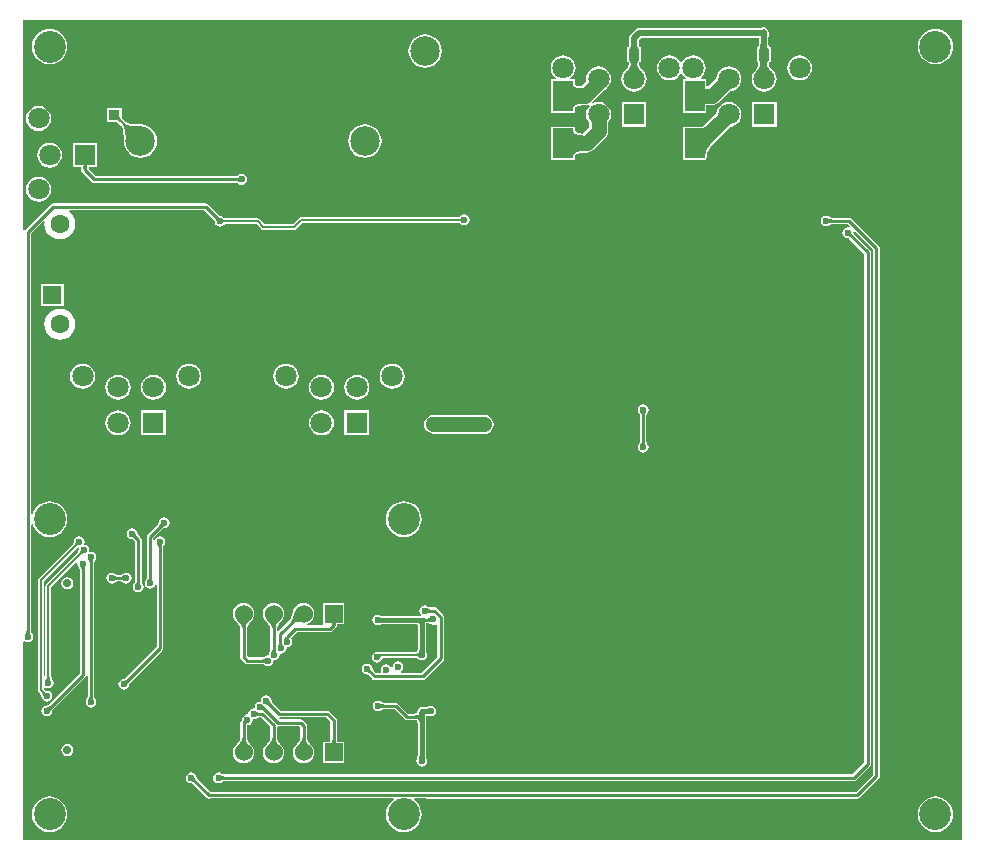
<source format=gbl>
G04*
G04 #@! TF.GenerationSoftware,Altium Limited,Altium Designer,19.1.5 (86)*
G04*
G04 Layer_Physical_Order=2*
G04 Layer_Color=16711680*
%FSLAX25Y25*%
%MOIN*%
G70*
G01*
G75*
%ADD10C,0.01000*%
%ADD12C,0.01968*%
%ADD26R,0.03543X0.03937*%
%ADD94C,0.00800*%
%ADD97C,0.05000*%
%ADD98C,0.01500*%
%ADD100C,0.07087*%
%ADD101R,0.07087X0.07087*%
%ADD102C,0.02756*%
%ADD103C,0.09843*%
%ADD104R,0.07087X0.07087*%
%ADD105R,0.06000X0.06000*%
%ADD106C,0.06000*%
%ADD107C,0.06299*%
%ADD108R,0.06299X0.06299*%
%ADD109C,0.10630*%
%ADD110C,0.02362*%
%ADD111C,0.05000*%
%ADD112C,0.01968*%
%ADD113R,0.03740X0.03543*%
%ADD114R,0.06693X0.09843*%
G36*
X65876Y209009D02*
X65964Y208935D01*
X66052Y208870D01*
X66140Y208814D01*
X66229Y208767D01*
X66319Y208728D01*
X66409Y208698D01*
X66499Y208677D01*
X66590Y208665D01*
X66681Y208661D01*
X65512Y207492D01*
X65508Y207583D01*
X65496Y207674D01*
X65475Y207765D01*
X65445Y207855D01*
X65407Y207944D01*
X65359Y208033D01*
X65303Y208121D01*
X65238Y208210D01*
X65164Y208297D01*
X65082Y208384D01*
X65789Y209092D01*
X65876Y209009D01*
D02*
G37*
G36*
X313839Y1122D02*
X1122Y1122D01*
X1122Y67240D01*
X1622Y67507D01*
X1874Y67338D01*
X2569Y67200D01*
X3264Y67338D01*
X3853Y67732D01*
X4247Y68321D01*
X4385Y69016D01*
X4247Y69711D01*
X3897Y70235D01*
X3872Y70301D01*
X3832Y70345D01*
X3814Y70368D01*
X3797Y70396D01*
X3780Y70428D01*
X3765Y70468D01*
X3750Y70515D01*
X3738Y70571D01*
X3728Y70636D01*
X3721Y70711D01*
X3719Y70812D01*
X3691Y70874D01*
Y106448D01*
X4191Y106522D01*
X4351Y105993D01*
X4901Y104966D01*
X5640Y104065D01*
X6540Y103326D01*
X7568Y102777D01*
X8683Y102438D01*
X9843Y102324D01*
X11002Y102438D01*
X12117Y102777D01*
X13145Y103326D01*
X14045Y104065D01*
X14784Y104966D01*
X15334Y105993D01*
X15672Y107108D01*
X15786Y108268D01*
X15672Y109427D01*
X15334Y110542D01*
X14784Y111570D01*
X14045Y112470D01*
X13145Y113210D01*
X12117Y113759D01*
X11002Y114097D01*
X9843Y114211D01*
X8683Y114097D01*
X7568Y113759D01*
X6540Y113210D01*
X5640Y112470D01*
X4901Y111570D01*
X4351Y110542D01*
X4191Y110013D01*
X3691Y110088D01*
Y203508D01*
X7711Y207528D01*
X8185Y207295D01*
X8101Y206656D01*
X8277Y205317D01*
X8794Y204070D01*
X9616Y202999D01*
X10687Y202177D01*
X11934Y201660D01*
X13273Y201484D01*
X14611Y201660D01*
X15858Y202177D01*
X16930Y202999D01*
X17752Y204070D01*
X18268Y205317D01*
X18444Y206656D01*
X18268Y207994D01*
X17752Y209242D01*
X16930Y210313D01*
X16361Y210749D01*
X16531Y211249D01*
X61338D01*
X64586Y208001D01*
X64610Y207938D01*
X64680Y207864D01*
X64728Y207807D01*
X64767Y207754D01*
X64798Y207706D01*
X64821Y207662D01*
X64838Y207623D01*
X64849Y207588D01*
X64857Y207557D01*
X64861Y207527D01*
X64863Y207467D01*
X64892Y207404D01*
X65015Y206785D01*
X65409Y206196D01*
X65998Y205802D01*
X66693Y205664D01*
X67388Y205802D01*
X67977Y206196D01*
X68154Y206461D01*
X78819D01*
X80308Y204972D01*
X80638Y204751D01*
X81028Y204673D01*
X91334D01*
X91724Y204751D01*
X92055Y204972D01*
X94036Y206953D01*
X146611D01*
X146788Y206688D01*
X147377Y206295D01*
X148072Y206156D01*
X148767Y206295D01*
X149356Y206688D01*
X149749Y207277D01*
X149888Y207972D01*
X149749Y208667D01*
X149356Y209257D01*
X148767Y209650D01*
X148072Y209788D01*
X147377Y209650D01*
X146788Y209257D01*
X146611Y208992D01*
X93613D01*
X93223Y208914D01*
X92892Y208693D01*
X90911Y206713D01*
X81451D01*
X79962Y208201D01*
X79631Y208422D01*
X79241Y208500D01*
X68154D01*
X67977Y208764D01*
X67388Y209158D01*
X66769Y209281D01*
X66706Y209310D01*
X66646Y209313D01*
X66616Y209316D01*
X66585Y209324D01*
X66550Y209335D01*
X66511Y209352D01*
X66467Y209376D01*
X66419Y209406D01*
X66366Y209445D01*
X66309Y209494D01*
X66235Y209563D01*
X66172Y209587D01*
X62595Y213164D01*
X62232Y213407D01*
X61802Y213492D01*
X61802Y213492D01*
X10968D01*
X10967Y213492D01*
X10538Y213407D01*
X10175Y213164D01*
X10175Y213164D01*
X1776Y204766D01*
X1622Y204534D01*
X1122Y204686D01*
X1122Y274469D01*
X313839D01*
X313839Y1122D01*
D02*
G37*
G36*
X3073Y70674D02*
X3083Y70560D01*
X3099Y70452D01*
X3122Y70350D01*
X3151Y70253D01*
X3187Y70162D01*
X3229Y70078D01*
X3278Y69999D01*
X3334Y69926D01*
X3396Y69859D01*
X1743D01*
X1805Y69926D01*
X1860Y69999D01*
X1909Y70078D01*
X1952Y70162D01*
X1988Y70253D01*
X2017Y70350D01*
X2040Y70452D01*
X2056Y70560D01*
X2066Y70674D01*
X2069Y70794D01*
X3069D01*
X3073Y70674D01*
D02*
G37*
%LPC*%
G36*
X224410Y262841D02*
X223328Y262698D01*
X222320Y262281D01*
X221454Y261616D01*
X220790Y260751D01*
X220673Y260468D01*
X220173D01*
X220056Y260751D01*
X219392Y261616D01*
X218527Y262281D01*
X217519Y262698D01*
X216437Y262841D01*
X215355Y262698D01*
X214347Y262281D01*
X213482Y261616D01*
X212818Y260751D01*
X212400Y259743D01*
X212258Y258662D01*
X212400Y257580D01*
X212818Y256572D01*
X213482Y255706D01*
X214347Y255042D01*
X215355Y254625D01*
X216437Y254482D01*
X217519Y254625D01*
X218527Y255042D01*
X219392Y255706D01*
X220056Y256572D01*
X220173Y256855D01*
X220673D01*
X220790Y256572D01*
X221454Y255706D01*
X221968Y255313D01*
X221798Y254813D01*
X220896D01*
Y243770D01*
X228788D01*
Y246165D01*
X230551D01*
X230551Y246165D01*
X230956Y246218D01*
X231360Y246271D01*
X232115Y246584D01*
X232762Y247080D01*
X236500Y250818D01*
X237302Y250924D01*
X238310Y251342D01*
X239176Y252006D01*
X239840Y252871D01*
X240257Y253879D01*
X240400Y254961D01*
X240257Y256042D01*
X239840Y257050D01*
X239176Y257916D01*
X238310Y258580D01*
X237302Y258997D01*
X236221Y259140D01*
X235139Y258997D01*
X234131Y258580D01*
X233265Y257916D01*
X232601Y257050D01*
X232184Y256042D01*
X232078Y255240D01*
X229289Y252451D01*
X228788Y252497D01*
Y254813D01*
X227021D01*
X226851Y255313D01*
X227364Y255706D01*
X228029Y256572D01*
X228446Y257580D01*
X228589Y258662D01*
X228446Y259743D01*
X228029Y260751D01*
X227364Y261616D01*
X226499Y262281D01*
X225491Y262698D01*
X224410Y262841D01*
D02*
G37*
G36*
X305118Y271692D02*
X303959Y271577D01*
X302844Y271239D01*
X301816Y270690D01*
X300915Y269951D01*
X300176Y269050D01*
X299627Y268022D01*
X299289Y266908D01*
X299174Y265748D01*
X299289Y264588D01*
X299627Y263474D01*
X300176Y262446D01*
X300915Y261545D01*
X301816Y260806D01*
X302844Y260257D01*
X303959Y259919D01*
X305118Y259804D01*
X306278Y259919D01*
X307393Y260257D01*
X308420Y260806D01*
X309321Y261545D01*
X310060Y262446D01*
X310609Y263474D01*
X310947Y264588D01*
X311062Y265748D01*
X310947Y266908D01*
X310609Y268022D01*
X310060Y269050D01*
X309321Y269951D01*
X308420Y270690D01*
X307393Y271239D01*
X306278Y271577D01*
X305118Y271692D01*
D02*
G37*
G36*
X9843D02*
X8683Y271577D01*
X7568Y271239D01*
X6540Y270690D01*
X5640Y269951D01*
X4901Y269050D01*
X4351Y268022D01*
X4013Y266908D01*
X3899Y265748D01*
X4013Y264588D01*
X4351Y263474D01*
X4901Y262446D01*
X5640Y261545D01*
X6540Y260806D01*
X7568Y260257D01*
X8683Y259919D01*
X9843Y259804D01*
X11002Y259919D01*
X12117Y260257D01*
X13145Y260806D01*
X14045Y261545D01*
X14784Y262446D01*
X15334Y263474D01*
X15672Y264588D01*
X15786Y265748D01*
X15672Y266908D01*
X15334Y268022D01*
X14784Y269050D01*
X14045Y269951D01*
X13145Y270690D01*
X12117Y271239D01*
X11002Y271577D01*
X9843Y271692D01*
D02*
G37*
G36*
X134994Y269821D02*
X133552Y269631D01*
X132209Y269075D01*
X131056Y268190D01*
X130171Y267036D01*
X129615Y265693D01*
X129425Y264252D01*
X129615Y262811D01*
X130171Y261468D01*
X131056Y260314D01*
X132209Y259429D01*
X133552Y258873D01*
X134994Y258683D01*
X136435Y258873D01*
X137778Y259429D01*
X138932Y260314D01*
X139816Y261468D01*
X140373Y262811D01*
X140563Y264252D01*
X140373Y265693D01*
X139816Y267036D01*
X138932Y268190D01*
X137778Y269075D01*
X136435Y269631D01*
X134994Y269821D01*
D02*
G37*
G36*
X259842Y262841D02*
X258761Y262698D01*
X257753Y262281D01*
X256888Y261616D01*
X256223Y260751D01*
X255806Y259743D01*
X255663Y258662D01*
X255806Y257580D01*
X256223Y256572D01*
X256888Y255706D01*
X257753Y255042D01*
X258761Y254625D01*
X259842Y254482D01*
X260924Y254625D01*
X261932Y255042D01*
X262797Y255706D01*
X263462Y256572D01*
X263879Y257580D01*
X264022Y258662D01*
X263879Y259743D01*
X263462Y260751D01*
X262797Y261616D01*
X261932Y262281D01*
X260924Y262698D01*
X259842Y262841D01*
D02*
G37*
G36*
X247803Y272248D02*
X247185Y272125D01*
X247021Y272016D01*
X206326D01*
X205708Y271893D01*
X205184Y271543D01*
X203484Y269843D01*
X203134Y269319D01*
X203011Y268701D01*
Y267051D01*
X202992Y267009D01*
X202985Y266651D01*
X202964Y266352D01*
X202931Y266102D01*
X202889Y265903D01*
X202843Y265761D01*
X202803Y265678D01*
X202800Y265674D01*
X202780Y265671D01*
X202726Y265639D01*
X202254D01*
Y265118D01*
X202217Y265027D01*
X202234Y264985D01*
X202223Y264941D01*
X202254Y264887D01*
Y261255D01*
X202223Y261200D01*
X202234Y261156D01*
X202217Y261114D01*
X202254Y261024D01*
Y260502D01*
X202726D01*
X202780Y260471D01*
X202800Y260468D01*
X202803Y260464D01*
X202843Y260381D01*
X202889Y260238D01*
X202929Y260050D01*
X202937Y259976D01*
X202884Y259761D01*
X202798Y259514D01*
X202686Y259264D01*
X202546Y259009D01*
X202377Y258751D01*
X202179Y258489D01*
X201950Y258223D01*
X201679Y257943D01*
X201665Y257908D01*
X201007Y257050D01*
X200589Y256042D01*
X200447Y254961D01*
X200589Y253879D01*
X201007Y252871D01*
X201671Y252006D01*
X202536Y251342D01*
X203544Y250924D01*
X204626Y250782D01*
X205708Y250924D01*
X206715Y251342D01*
X207581Y252006D01*
X208245Y252871D01*
X208663Y253879D01*
X208805Y254961D01*
X208663Y256042D01*
X208245Y257050D01*
X207587Y257908D01*
X207573Y257943D01*
X207302Y258223D01*
X207073Y258489D01*
X206875Y258751D01*
X206706Y259009D01*
X206566Y259264D01*
X206454Y259514D01*
X206368Y259761D01*
X206313Y259984D01*
X206321Y260040D01*
X206363Y260238D01*
X206409Y260381D01*
X206449Y260464D01*
X206452Y260468D01*
X206472Y260471D01*
X206526Y260502D01*
X206998D01*
Y261024D01*
X207035Y261114D01*
X207018Y261156D01*
X207029Y261200D01*
X206998Y261255D01*
Y264887D01*
X207029Y264941D01*
X207018Y264985D01*
X207035Y265027D01*
X206998Y265118D01*
Y265639D01*
X206526D01*
X206472Y265671D01*
X206452Y265674D01*
X206449Y265678D01*
X206409Y265761D01*
X206363Y265903D01*
X206323Y266091D01*
X206267Y266660D01*
X206259Y267009D01*
X206241Y267051D01*
Y268032D01*
X206995Y268785D01*
X246188D01*
Y267056D01*
X246170Y267016D01*
X246148Y266327D01*
X246125Y266070D01*
X246093Y265856D01*
X246056Y265696D01*
X246037Y265639D01*
X245660D01*
Y265119D01*
X245622Y265030D01*
X245647Y264970D01*
X245634Y264906D01*
X245660Y264867D01*
Y261275D01*
X245634Y261235D01*
X245647Y261172D01*
X245622Y261112D01*
X245660Y261023D01*
Y260502D01*
X246037D01*
X246056Y260445D01*
X246093Y260286D01*
X246124Y260079D01*
X246130Y259984D01*
X246123Y259932D01*
X246064Y259683D01*
X245981Y259427D01*
X245872Y259165D01*
X245736Y258896D01*
X245577Y258629D01*
X245153Y258045D01*
X244899Y257748D01*
X244864Y257639D01*
X244412Y257050D01*
X243995Y256042D01*
X243852Y254961D01*
X243995Y253879D01*
X244412Y252871D01*
X245076Y252006D01*
X245942Y251342D01*
X246950Y250924D01*
X248031Y250782D01*
X249113Y250924D01*
X250121Y251342D01*
X250987Y252006D01*
X251651Y252871D01*
X252068Y253879D01*
X252210Y254961D01*
X252068Y256042D01*
X251651Y257050D01*
X250987Y257916D01*
X250820Y258044D01*
X250782Y258125D01*
X250501Y258381D01*
X250267Y258625D01*
X250064Y258867D01*
X249892Y259108D01*
X249749Y259348D01*
X249635Y259587D01*
X249548Y259824D01*
X249506Y259986D01*
X249511Y260017D01*
X249562Y260205D01*
X249615Y260337D01*
X249663Y260415D01*
X249695Y260451D01*
X249712Y260462D01*
X249731Y260469D01*
X249842Y260481D01*
X249881Y260502D01*
X250403D01*
Y261085D01*
X250421Y261129D01*
X250407Y261162D01*
X250417Y261197D01*
X250403Y261222D01*
Y264919D01*
X250417Y264945D01*
X250407Y264980D01*
X250421Y265013D01*
X250403Y265057D01*
Y265639D01*
X249881D01*
X249842Y265661D01*
X249731Y265673D01*
X249712Y265680D01*
X249695Y265691D01*
X249663Y265726D01*
X249615Y265805D01*
X249562Y265937D01*
X249511Y266125D01*
X249471Y266366D01*
X249446Y266657D01*
X249436Y267013D01*
X249418Y267054D01*
Y268976D01*
X249481Y269069D01*
X249619Y269764D01*
X249481Y270459D01*
X249418Y270553D01*
Y270633D01*
X249295Y271251D01*
X248945Y271775D01*
X248421Y272125D01*
X247803Y272248D01*
D02*
G37*
G36*
X236221Y247329D02*
X235139Y247186D01*
X234131Y246769D01*
X233265Y246105D01*
X232601Y245239D01*
X232184Y244231D01*
X232078Y243429D01*
X231130Y242481D01*
X231079Y242462D01*
X228861Y240384D01*
X227931Y239625D01*
X227145Y239065D01*
X224640D01*
X224621Y239080D01*
X224505Y239065D01*
X220896D01*
Y228022D01*
X228063D01*
X228138Y227986D01*
X228243Y228022D01*
X228788D01*
Y228521D01*
X228825Y228595D01*
X228858Y229152D01*
X228952Y229687D01*
X229110Y230241D01*
X229336Y230815D01*
X229631Y231409D01*
X229996Y232022D01*
X230427Y232646D01*
X231525Y233972D01*
X232181Y234656D01*
X232182Y234658D01*
X232184Y234659D01*
X232203Y234711D01*
X236500Y239007D01*
X237302Y239113D01*
X238310Y239530D01*
X239176Y240195D01*
X239840Y241060D01*
X240257Y242068D01*
X240400Y243150D01*
X240257Y244231D01*
X239840Y245239D01*
X239176Y246105D01*
X238310Y246769D01*
X237302Y247186D01*
X236221Y247329D01*
D02*
G37*
G36*
X252175Y247293D02*
X243888D01*
Y239006D01*
X252175D01*
Y247293D01*
D02*
G37*
G36*
X208769D02*
X200483D01*
Y239006D01*
X208769D01*
Y247293D01*
D02*
G37*
G36*
X6142Y245990D02*
X5060Y245848D01*
X4052Y245430D01*
X3187Y244766D01*
X2523Y243900D01*
X2105Y242893D01*
X1963Y241811D01*
X2105Y240729D01*
X2523Y239721D01*
X3187Y238856D01*
X4052Y238192D01*
X5060Y237774D01*
X6142Y237632D01*
X7223Y237774D01*
X8231Y238192D01*
X9097Y238856D01*
X9761Y239721D01*
X10178Y240729D01*
X10321Y241811D01*
X10178Y242893D01*
X9761Y243900D01*
X9097Y244766D01*
X8231Y245430D01*
X7223Y245848D01*
X6142Y245990D01*
D02*
G37*
G36*
X181004Y262841D02*
X179922Y262698D01*
X178914Y262281D01*
X178049Y261616D01*
X177385Y260751D01*
X176967Y259743D01*
X176825Y258662D01*
X176967Y257580D01*
X177385Y256572D01*
X178049Y255706D01*
X178562Y255313D01*
X178392Y254813D01*
X177057D01*
Y243770D01*
X184950D01*
Y245217D01*
X184981Y245269D01*
X185006Y245441D01*
X185038Y245508D01*
X185119Y245596D01*
X185283Y245707D01*
X185546Y245824D01*
X185908Y245931D01*
X186356Y246019D01*
X187557Y246128D01*
X188280Y246142D01*
X188359Y246177D01*
X189077Y246271D01*
X189531Y246459D01*
X189686Y246293D01*
X189803Y246031D01*
X189196Y245239D01*
X188778Y244231D01*
X188636Y243150D01*
X188778Y242068D01*
X189196Y241060D01*
X189688Y240418D01*
Y238850D01*
X187581Y236743D01*
X187268Y236768D01*
X186648Y236859D01*
X186131Y236981D01*
X185720Y237129D01*
X185415Y237293D01*
X185211Y237460D01*
X185087Y237623D01*
X185018Y237797D01*
X184983Y238085D01*
X184950Y238144D01*
Y239065D01*
X177057D01*
Y228022D01*
X184950D01*
Y228943D01*
X184983Y229001D01*
X185018Y229290D01*
X185087Y229463D01*
X185211Y229627D01*
X185415Y229794D01*
X185720Y229957D01*
X186131Y230105D01*
X186648Y230228D01*
X187268Y230319D01*
X187987Y230375D01*
X188818Y230394D01*
X188897Y230429D01*
X189612Y230523D01*
X190366Y230836D01*
X191014Y231332D01*
X195026Y235344D01*
X195026Y235344D01*
X195523Y235992D01*
X195835Y236746D01*
X195888Y237151D01*
X195942Y237555D01*
X195942Y237555D01*
Y240418D01*
X196434Y241060D01*
X196852Y242068D01*
X196994Y243150D01*
X196852Y244231D01*
X196434Y245239D01*
X195770Y246105D01*
X194904Y246769D01*
X193896Y247186D01*
X192815Y247329D01*
X191733Y247186D01*
X190979Y246874D01*
X190696Y247298D01*
X194623Y251225D01*
X194904Y251342D01*
X195770Y252006D01*
X196434Y252871D01*
X196852Y253879D01*
X196994Y254961D01*
X196852Y256042D01*
X196434Y257050D01*
X195770Y257916D01*
X194904Y258580D01*
X193896Y258997D01*
X192815Y259140D01*
X191733Y258997D01*
X190725Y258580D01*
X189860Y257916D01*
X189196Y257050D01*
X188778Y256042D01*
X188636Y254961D01*
X188738Y254184D01*
X187042Y252487D01*
X186913Y252496D01*
X186365Y252562D01*
X185908Y252651D01*
X185546Y252759D01*
X185283Y252876D01*
X185119Y252987D01*
X185038Y253075D01*
X185006Y253142D01*
X184981Y253314D01*
X184950Y253365D01*
Y254813D01*
X183615D01*
X183446Y255313D01*
X183959Y255706D01*
X184623Y256572D01*
X185040Y257580D01*
X185183Y258662D01*
X185040Y259743D01*
X184623Y260751D01*
X183959Y261616D01*
X183093Y262281D01*
X182086Y262698D01*
X181004Y262841D01*
D02*
G37*
G36*
X114915Y239821D02*
X113474Y239631D01*
X112130Y239075D01*
X110977Y238190D01*
X110092Y237036D01*
X109536Y235693D01*
X109346Y234252D01*
X109536Y232811D01*
X110092Y231468D01*
X110977Y230314D01*
X112130Y229429D01*
X113474Y228873D01*
X114915Y228683D01*
X116356Y228873D01*
X117699Y229429D01*
X118853Y230314D01*
X119738Y231468D01*
X120294Y232811D01*
X120484Y234252D01*
X120294Y235693D01*
X119738Y237036D01*
X118853Y238190D01*
X117699Y239075D01*
X116356Y239631D01*
X114915Y239821D01*
D02*
G37*
G36*
X33847Y245443D02*
X28907D01*
Y240700D01*
X31827D01*
X31854Y240680D01*
X31904Y240688D01*
X31949Y240665D01*
X32060Y240700D01*
X32183D01*
X32214Y240682D01*
X32294Y240626D01*
X32542Y240417D01*
X32686Y240279D01*
X32755Y240251D01*
X33792Y239215D01*
X33807Y239162D01*
X33956Y238979D01*
X34070Y238773D01*
X34184Y238485D01*
X34288Y238117D01*
X34378Y237672D01*
X34449Y237167D01*
X34550Y235162D01*
X34542Y234367D01*
X34554Y234338D01*
X34543Y234252D01*
X34733Y232811D01*
X35289Y231468D01*
X36174Y230314D01*
X37327Y229429D01*
X38671Y228873D01*
X40112Y228683D01*
X41553Y228873D01*
X42896Y229429D01*
X44050Y230314D01*
X44935Y231468D01*
X45491Y232811D01*
X45681Y234252D01*
X45491Y235693D01*
X44935Y237036D01*
X44050Y238190D01*
X42896Y239075D01*
X41553Y239631D01*
X40156Y239815D01*
X40139Y239822D01*
X38577Y239863D01*
X37303Y239976D01*
X36786Y240056D01*
X36336Y240152D01*
X35966Y240260D01*
X35677Y240376D01*
X35472Y240490D01*
X35293Y240635D01*
X35240Y240650D01*
X34341Y241550D01*
X34332Y241587D01*
X34293Y241612D01*
X34277Y241655D01*
X33990Y241963D01*
X33903Y242072D01*
X33847Y242151D01*
Y242221D01*
X33882Y242288D01*
X33866Y242341D01*
X33883Y242393D01*
X33847Y242464D01*
Y245443D01*
D02*
G37*
G36*
X9843Y233785D02*
X8761Y233643D01*
X7753Y233225D01*
X6887Y232561D01*
X6223Y231696D01*
X5806Y230688D01*
X5663Y229606D01*
X5806Y228525D01*
X6223Y227517D01*
X6887Y226651D01*
X7753Y225987D01*
X8761Y225570D01*
X9843Y225427D01*
X10924Y225570D01*
X11932Y225987D01*
X12798Y226651D01*
X13462Y227517D01*
X13879Y228525D01*
X14021Y229606D01*
X13879Y230688D01*
X13462Y231696D01*
X12798Y232561D01*
X11932Y233225D01*
X10924Y233643D01*
X9843Y233785D01*
D02*
G37*
G36*
X25797Y233750D02*
X17510D01*
Y225463D01*
X20293D01*
X20298Y225447D01*
X20313Y225353D01*
X20324Y225228D01*
X20329Y225058D01*
X20357Y224996D01*
Y224779D01*
X20357Y224779D01*
X20442Y224349D01*
X20685Y223986D01*
X24007Y220664D01*
X24007Y220664D01*
X24371Y220421D01*
X24800Y220335D01*
X71961D01*
X72022Y220307D01*
X72123Y220305D01*
X72198Y220298D01*
X72263Y220288D01*
X72319Y220276D01*
X72366Y220262D01*
X72406Y220246D01*
X72439Y220229D01*
X72466Y220212D01*
X72490Y220194D01*
X72534Y220153D01*
X72600Y220129D01*
X73124Y219779D01*
X73819Y219641D01*
X74514Y219779D01*
X75103Y220173D01*
X75497Y220762D01*
X75635Y221457D01*
X75497Y222152D01*
X75103Y222741D01*
X74514Y223134D01*
X73819Y223273D01*
X73124Y223134D01*
X72600Y222784D01*
X72534Y222760D01*
X72490Y222719D01*
X72466Y222701D01*
X72439Y222684D01*
X72406Y222668D01*
X72366Y222652D01*
X72319Y222637D01*
X72263Y222625D01*
X72198Y222615D01*
X72123Y222609D01*
X72022Y222606D01*
X71961Y222578D01*
X25265D01*
X22880Y224963D01*
X23087Y225463D01*
X25797D01*
Y233750D01*
D02*
G37*
G36*
X6142Y222368D02*
X5060Y222226D01*
X4052Y221808D01*
X3187Y221144D01*
X2523Y220278D01*
X2105Y219270D01*
X1963Y218189D01*
X2105Y217107D01*
X2523Y216099D01*
X3187Y215234D01*
X4052Y214570D01*
X5060Y214152D01*
X6142Y214010D01*
X7223Y214152D01*
X8231Y214570D01*
X9097Y215234D01*
X9761Y216099D01*
X10178Y217107D01*
X10321Y218189D01*
X10178Y219270D01*
X9761Y220278D01*
X9097Y221144D01*
X8231Y221808D01*
X7223Y222226D01*
X6142Y222368D01*
D02*
G37*
G36*
X268701Y209451D02*
X268006Y209313D01*
X267417Y208919D01*
X267023Y208330D01*
X266885Y207635D01*
X267023Y206940D01*
X267417Y206351D01*
X268006Y205957D01*
X268701Y205819D01*
X269396Y205957D01*
X269920Y206308D01*
X269986Y206332D01*
X270030Y206373D01*
X270053Y206391D01*
X270081Y206408D01*
X270113Y206424D01*
X270153Y206440D01*
X270200Y206454D01*
X270256Y206467D01*
X270322Y206477D01*
X270396Y206483D01*
X270497Y206486D01*
X270559Y206514D01*
X275937D01*
X276508Y205942D01*
X276262Y205481D01*
X275886Y205556D01*
X275191Y205418D01*
X274602Y205024D01*
X274208Y204435D01*
X274070Y203740D01*
X274208Y203045D01*
X274602Y202456D01*
X275191Y202062D01*
X275809Y201939D01*
X275873Y201910D01*
X275933Y201908D01*
X275962Y201904D01*
X275994Y201897D01*
X276029Y201885D01*
X276068Y201868D01*
X276111Y201845D01*
X276160Y201814D01*
X276213Y201775D01*
X276270Y201727D01*
X276343Y201657D01*
X276407Y201633D01*
X281359Y196681D01*
Y182087D01*
X281359Y27039D01*
X277441Y23122D01*
X68000D01*
X67938Y23149D01*
X67837Y23152D01*
X67763Y23158D01*
X67697Y23168D01*
X67641Y23181D01*
X67594Y23195D01*
X67554Y23211D01*
X67522Y23227D01*
X67494Y23244D01*
X67471Y23262D01*
X67427Y23303D01*
X67361Y23327D01*
X66837Y23678D01*
X66142Y23816D01*
X65447Y23678D01*
X64858Y23284D01*
X64464Y22695D01*
X64326Y22000D01*
X64464Y21305D01*
X64858Y20716D01*
X65447Y20322D01*
X66142Y20184D01*
X66837Y20322D01*
X67361Y20673D01*
X67427Y20697D01*
X67471Y20738D01*
X67494Y20756D01*
X67522Y20773D01*
X67554Y20789D01*
X67594Y20805D01*
X67641Y20819D01*
X67697Y20832D01*
X67763Y20842D01*
X67837Y20848D01*
X67938Y20851D01*
X68000Y20878D01*
X277905D01*
X277906Y20878D01*
X278335Y20964D01*
X278698Y21207D01*
X283273Y25782D01*
X283273Y25782D01*
X283517Y26146D01*
X283602Y26575D01*
X283602Y182087D01*
Y197146D01*
X283517Y197575D01*
X283273Y197939D01*
X283273Y197939D01*
X277993Y203219D01*
X277969Y203282D01*
X277899Y203356D01*
X277851Y203413D01*
X277812Y203466D01*
X277781Y203515D01*
X277758Y203558D01*
X277741Y203597D01*
X277729Y203632D01*
X277722Y203664D01*
X277718Y203693D01*
X277716Y203753D01*
X277687Y203817D01*
X277627Y204116D01*
X278088Y204363D01*
X284312Y198139D01*
Y23102D01*
X278509Y17300D01*
X135801D01*
X135403Y17379D01*
X63294Y17379D01*
X59194Y21479D01*
X59169Y21542D01*
X59100Y21616D01*
X59052Y21673D01*
X59013Y21726D01*
X58982Y21775D01*
X58959Y21818D01*
X58942Y21857D01*
X58930Y21892D01*
X58923Y21924D01*
X58919Y21953D01*
X58917Y22013D01*
X58887Y22076D01*
X58764Y22695D01*
X58371Y23284D01*
X57782Y23678D01*
X57087Y23816D01*
X56392Y23678D01*
X55803Y23284D01*
X55409Y22695D01*
X55271Y22000D01*
X55409Y21305D01*
X55803Y20716D01*
X56392Y20322D01*
X57010Y20199D01*
X57074Y20170D01*
X57134Y20168D01*
X57163Y20164D01*
X57195Y20156D01*
X57229Y20145D01*
X57268Y20128D01*
X57312Y20105D01*
X57361Y20074D01*
X57414Y20035D01*
X57471Y19987D01*
X57544Y19917D01*
X57608Y19893D01*
X62118Y15383D01*
X62481Y15140D01*
X62911Y15054D01*
X63320Y15136D01*
X124291Y15136D01*
X124470Y14636D01*
X123750Y14045D01*
X123011Y13145D01*
X122462Y12117D01*
X122123Y11002D01*
X122009Y9843D01*
X122123Y8683D01*
X122462Y7568D01*
X123011Y6540D01*
X123750Y5640D01*
X124651Y4901D01*
X125678Y4351D01*
X126793Y4013D01*
X127953Y3899D01*
X129112Y4013D01*
X130227Y4351D01*
X131255Y4901D01*
X132156Y5640D01*
X132895Y6540D01*
X133444Y7568D01*
X133782Y8683D01*
X133896Y9843D01*
X133782Y11002D01*
X133444Y12117D01*
X132895Y13145D01*
X132156Y14045D01*
X131436Y14636D01*
X131615Y15136D01*
X135084D01*
X135482Y15057D01*
X278973D01*
X278974Y15057D01*
X279403Y15142D01*
X279767Y15385D01*
X286226Y21845D01*
X286226Y21845D01*
X286469Y22209D01*
X286555Y22638D01*
X286555Y22638D01*
Y198603D01*
X286555Y198603D01*
X286469Y199033D01*
X286226Y199397D01*
X277194Y208428D01*
X276831Y208671D01*
X276401Y208757D01*
X276401Y208757D01*
X270559D01*
X270497Y208784D01*
X270396Y208787D01*
X270322Y208793D01*
X270256Y208803D01*
X270200Y208816D01*
X270153Y208830D01*
X270113Y208846D01*
X270081Y208862D01*
X270053Y208879D01*
X270030Y208897D01*
X269986Y208938D01*
X269920Y208963D01*
X269396Y209313D01*
X268701Y209451D01*
D02*
G37*
G36*
X14542Y186783D02*
X7043D01*
Y179284D01*
X14542D01*
Y186783D01*
D02*
G37*
G36*
X13273Y178363D02*
X11934Y178187D01*
X10687Y177670D01*
X9616Y176848D01*
X8794Y175777D01*
X8277Y174530D01*
X8101Y173191D01*
X8277Y171853D01*
X8794Y170605D01*
X9616Y169534D01*
X10687Y168712D01*
X11934Y168196D01*
X13273Y168019D01*
X14611Y168196D01*
X15858Y168712D01*
X16930Y169534D01*
X17752Y170605D01*
X18268Y171853D01*
X18444Y173191D01*
X18268Y174530D01*
X17752Y175777D01*
X16930Y176848D01*
X15858Y177670D01*
X14611Y178187D01*
X13273Y178363D01*
D02*
G37*
G36*
X124061Y160045D02*
X122980Y159903D01*
X121972Y159485D01*
X121106Y158821D01*
X120442Y157956D01*
X120025Y156948D01*
X119882Y155866D01*
X120025Y154785D01*
X120442Y153777D01*
X121106Y152911D01*
X121972Y152247D01*
X122980Y151830D01*
X124061Y151687D01*
X125143Y151830D01*
X126151Y152247D01*
X127016Y152911D01*
X127681Y153777D01*
X128098Y154785D01*
X128240Y155866D01*
X128098Y156948D01*
X127681Y157956D01*
X127016Y158821D01*
X126151Y159485D01*
X125143Y159903D01*
X124061Y160045D01*
D02*
G37*
G36*
X88628D02*
X87547Y159903D01*
X86539Y159485D01*
X85673Y158821D01*
X85009Y157956D01*
X84592Y156948D01*
X84449Y155866D01*
X84592Y154785D01*
X85009Y153777D01*
X85673Y152911D01*
X86539Y152247D01*
X87547Y151830D01*
X88628Y151687D01*
X89710Y151830D01*
X90718Y152247D01*
X91583Y152911D01*
X92247Y153777D01*
X92665Y154785D01*
X92807Y155866D01*
X92665Y156948D01*
X92247Y157956D01*
X91583Y158821D01*
X90718Y159485D01*
X89710Y159903D01*
X88628Y160045D01*
D02*
G37*
G36*
X56252D02*
X55171Y159903D01*
X54163Y159485D01*
X53297Y158821D01*
X52633Y157956D01*
X52216Y156948D01*
X52073Y155866D01*
X52216Y154785D01*
X52633Y153777D01*
X53297Y152911D01*
X54163Y152247D01*
X55171Y151830D01*
X56252Y151687D01*
X57334Y151830D01*
X58342Y152247D01*
X59207Y152911D01*
X59872Y153777D01*
X60289Y154785D01*
X60431Y155866D01*
X60289Y156948D01*
X59872Y157956D01*
X59207Y158821D01*
X58342Y159485D01*
X57334Y159903D01*
X56252Y160045D01*
D02*
G37*
G36*
X20819D02*
X19738Y159903D01*
X18730Y159485D01*
X17864Y158821D01*
X17200Y157956D01*
X16783Y156948D01*
X16640Y155866D01*
X16783Y154785D01*
X17200Y153777D01*
X17864Y152911D01*
X18730Y152247D01*
X19738Y151830D01*
X20819Y151687D01*
X21901Y151830D01*
X22909Y152247D01*
X23774Y152911D01*
X24439Y153777D01*
X24856Y154785D01*
X24998Y155866D01*
X24856Y156948D01*
X24439Y157956D01*
X23774Y158821D01*
X22909Y159485D01*
X21901Y159903D01*
X20819Y160045D01*
D02*
G37*
G36*
X112250Y156344D02*
X111169Y156202D01*
X110161Y155784D01*
X109295Y155120D01*
X108631Y154255D01*
X108214Y153247D01*
X108071Y152165D01*
X108214Y151084D01*
X108631Y150076D01*
X109295Y149210D01*
X110161Y148546D01*
X111169Y148129D01*
X112250Y147986D01*
X113332Y148129D01*
X114340Y148546D01*
X115205Y149210D01*
X115869Y150076D01*
X116287Y151084D01*
X116429Y152165D01*
X116287Y153247D01*
X115869Y154255D01*
X115205Y155120D01*
X114340Y155784D01*
X113332Y156202D01*
X112250Y156344D01*
D02*
G37*
G36*
X100439D02*
X99358Y156202D01*
X98350Y155784D01*
X97484Y155120D01*
X96820Y154255D01*
X96403Y153247D01*
X96260Y152165D01*
X96403Y151084D01*
X96820Y150076D01*
X97484Y149210D01*
X98350Y148546D01*
X99358Y148129D01*
X100439Y147986D01*
X101521Y148129D01*
X102529Y148546D01*
X103394Y149210D01*
X104059Y150076D01*
X104476Y151084D01*
X104618Y152165D01*
X104476Y153247D01*
X104059Y154255D01*
X103394Y155120D01*
X102529Y155784D01*
X101521Y156202D01*
X100439Y156344D01*
D02*
G37*
G36*
X44441D02*
X43360Y156202D01*
X42352Y155784D01*
X41486Y155120D01*
X40822Y154255D01*
X40405Y153247D01*
X40262Y152165D01*
X40405Y151084D01*
X40822Y150076D01*
X41486Y149210D01*
X42352Y148546D01*
X43360Y148129D01*
X44441Y147986D01*
X45523Y148129D01*
X46531Y148546D01*
X47396Y149210D01*
X48061Y150076D01*
X48478Y151084D01*
X48620Y152165D01*
X48478Y153247D01*
X48061Y154255D01*
X47396Y155120D01*
X46531Y155784D01*
X45523Y156202D01*
X44441Y156344D01*
D02*
G37*
G36*
X32630D02*
X31549Y156202D01*
X30541Y155784D01*
X29675Y155120D01*
X29011Y154255D01*
X28594Y153247D01*
X28451Y152165D01*
X28594Y151084D01*
X29011Y150076D01*
X29675Y149210D01*
X30541Y148546D01*
X31549Y148129D01*
X32630Y147986D01*
X33712Y148129D01*
X34720Y148546D01*
X35585Y149210D01*
X36250Y150076D01*
X36667Y151084D01*
X36809Y152165D01*
X36667Y153247D01*
X36250Y154255D01*
X35585Y155120D01*
X34720Y155784D01*
X33712Y156202D01*
X32630Y156344D01*
D02*
G37*
G36*
X154724Y143009D02*
X137795D01*
X136986Y142902D01*
X136232Y142590D01*
X135584Y142093D01*
X135087Y141445D01*
X134775Y140691D01*
X134669Y139882D01*
X134775Y139073D01*
X135087Y138319D01*
X135584Y137671D01*
X136232Y137174D01*
X136986Y136862D01*
X137795Y136755D01*
X153886D01*
X153915Y136743D01*
X154724Y136637D01*
X155533Y136743D01*
X156288Y137056D01*
X156935Y137552D01*
X157432Y138200D01*
X157744Y138954D01*
X157851Y139763D01*
X157843Y139823D01*
X157851Y139882D01*
X157744Y140691D01*
X157432Y141445D01*
X156935Y142093D01*
X156288Y142590D01*
X155533Y142902D01*
X154724Y143009D01*
D02*
G37*
G36*
X116394Y144498D02*
X108107D01*
Y136211D01*
X116394D01*
Y144498D01*
D02*
G37*
G36*
X48585D02*
X40298D01*
Y136211D01*
X48585D01*
Y144498D01*
D02*
G37*
G36*
X100439Y144533D02*
X99358Y144391D01*
X98350Y143974D01*
X97484Y143309D01*
X96820Y142444D01*
X96403Y141436D01*
X96260Y140354D01*
X96403Y139273D01*
X96820Y138265D01*
X97484Y137399D01*
X98350Y136735D01*
X99358Y136318D01*
X100439Y136175D01*
X101521Y136318D01*
X102529Y136735D01*
X103394Y137399D01*
X104059Y138265D01*
X104476Y139273D01*
X104618Y140354D01*
X104476Y141436D01*
X104059Y142444D01*
X103394Y143309D01*
X102529Y143974D01*
X101521Y144391D01*
X100439Y144533D01*
D02*
G37*
G36*
X32630D02*
X31549Y144391D01*
X30541Y143974D01*
X29675Y143309D01*
X29011Y142444D01*
X28594Y141436D01*
X28451Y140354D01*
X28594Y139273D01*
X29011Y138265D01*
X29675Y137399D01*
X30541Y136735D01*
X31549Y136318D01*
X32630Y136175D01*
X33712Y136318D01*
X34720Y136735D01*
X35585Y137399D01*
X36250Y138265D01*
X36667Y139273D01*
X36809Y140354D01*
X36667Y141436D01*
X36250Y142444D01*
X35585Y143309D01*
X34720Y143974D01*
X33712Y144391D01*
X32630Y144533D01*
D02*
G37*
G36*
X207677Y146501D02*
X206982Y146363D01*
X206393Y145969D01*
X205999Y145380D01*
X205861Y144685D01*
X205999Y143990D01*
X206350Y143466D01*
X206374Y143400D01*
X206415Y143356D01*
X206433Y143333D01*
X206450Y143305D01*
X206466Y143272D01*
X206482Y143233D01*
X206497Y143185D01*
X206509Y143129D01*
X206519Y143064D01*
X206525Y142990D01*
X206528Y142889D01*
X206556Y142827D01*
Y134052D01*
X206528Y133991D01*
X206525Y133889D01*
X206519Y133815D01*
X206509Y133750D01*
X206497Y133694D01*
X206482Y133646D01*
X206466Y133607D01*
X206450Y133574D01*
X206433Y133547D01*
X206415Y133523D01*
X206374Y133479D01*
X206350Y133413D01*
X205999Y132889D01*
X205861Y132194D01*
X205999Y131499D01*
X206393Y130910D01*
X206982Y130516D01*
X207677Y130378D01*
X208372Y130516D01*
X208961Y130910D01*
X209355Y131499D01*
X209493Y132194D01*
X209355Y132889D01*
X209005Y133413D01*
X208980Y133479D01*
X208940Y133523D01*
X208922Y133546D01*
X208904Y133574D01*
X208888Y133607D01*
X208872Y133646D01*
X208858Y133694D01*
X208845Y133750D01*
X208836Y133815D01*
X208829Y133889D01*
X208826Y133990D01*
X208799Y134052D01*
Y142827D01*
X208826Y142889D01*
X208829Y142990D01*
X208836Y143064D01*
X208845Y143129D01*
X208858Y143185D01*
X208872Y143233D01*
X208888Y143272D01*
X208904Y143305D01*
X208922Y143333D01*
X208940Y143356D01*
X208980Y143400D01*
X209005Y143466D01*
X209355Y143990D01*
X209493Y144685D01*
X209355Y145380D01*
X208961Y145969D01*
X208372Y146363D01*
X207677Y146501D01*
D02*
G37*
G36*
X127953Y114211D02*
X126793Y114097D01*
X125678Y113759D01*
X124651Y113210D01*
X123750Y112470D01*
X123011Y111570D01*
X122462Y110542D01*
X122123Y109427D01*
X122009Y108268D01*
X122123Y107108D01*
X122462Y105993D01*
X123011Y104966D01*
X123750Y104065D01*
X124651Y103326D01*
X125678Y102777D01*
X126793Y102438D01*
X127953Y102324D01*
X129112Y102438D01*
X130227Y102777D01*
X131255Y103326D01*
X132156Y104065D01*
X132895Y104966D01*
X133444Y105993D01*
X133782Y107108D01*
X133896Y108268D01*
X133782Y109427D01*
X133444Y110542D01*
X132895Y111570D01*
X132156Y112470D01*
X131255Y113210D01*
X130227Y113759D01*
X129112Y114097D01*
X127953Y114211D01*
D02*
G37*
G36*
X35433Y90399D02*
X34738Y90260D01*
X34214Y89910D01*
X34148Y89886D01*
X34104Y89845D01*
X34080Y89827D01*
X34053Y89810D01*
X34020Y89793D01*
X33981Y89778D01*
X33933Y89763D01*
X33877Y89751D01*
X33812Y89741D01*
X33738Y89735D01*
X33637Y89732D01*
X33575Y89704D01*
X32440D01*
X32378Y89732D01*
X32277Y89735D01*
X32203Y89741D01*
X32138Y89751D01*
X32081Y89763D01*
X32034Y89778D01*
X31995Y89793D01*
X31962Y89810D01*
X31934Y89827D01*
X31911Y89845D01*
X31867Y89886D01*
X31801Y89910D01*
X31277Y90260D01*
X30582Y90399D01*
X29887Y90260D01*
X29298Y89867D01*
X28904Y89278D01*
X28766Y88583D01*
X28904Y87888D01*
X29298Y87299D01*
X29887Y86905D01*
X30582Y86767D01*
X31277Y86905D01*
X31801Y87255D01*
X31867Y87279D01*
X31911Y87320D01*
X31934Y87338D01*
X31962Y87355D01*
X31995Y87372D01*
X32034Y87388D01*
X32081Y87402D01*
X32138Y87414D01*
X32203Y87424D01*
X32277Y87431D01*
X32378Y87433D01*
X32440Y87461D01*
X33575D01*
X33637Y87433D01*
X33738Y87431D01*
X33812Y87424D01*
X33877Y87414D01*
X33933Y87402D01*
X33981Y87388D01*
X34020Y87372D01*
X34053Y87355D01*
X34080Y87338D01*
X34104Y87320D01*
X34148Y87279D01*
X34214Y87255D01*
X34738Y86905D01*
X35433Y86767D01*
X36128Y86905D01*
X36717Y87299D01*
X37111Y87888D01*
X37249Y88583D01*
X37111Y89278D01*
X36717Y89867D01*
X36128Y90260D01*
X35433Y90399D01*
D02*
G37*
G36*
X15748Y88828D02*
X14976Y88674D01*
X14322Y88237D01*
X13885Y87583D01*
X13731Y86811D01*
X13885Y86039D01*
X14322Y85385D01*
X14976Y84948D01*
X15748Y84794D01*
X16520Y84948D01*
X17174Y85385D01*
X17611Y86039D01*
X17765Y86811D01*
X17611Y87583D01*
X17174Y88237D01*
X16520Y88674D01*
X15748Y88828D01*
D02*
G37*
G36*
X37402Y105162D02*
X36707Y105024D01*
X36117Y104630D01*
X35724Y104041D01*
X35585Y103346D01*
X35724Y102652D01*
X36117Y102062D01*
X36707Y101669D01*
X37309Y101549D01*
X37378Y101516D01*
X37439Y101514D01*
X37468Y101510D01*
X37500Y101502D01*
X37536Y101490D01*
X37575Y101473D01*
X37619Y101450D01*
X37668Y101418D01*
X37721Y101379D01*
X37779Y101331D01*
X37852Y101261D01*
X37916Y101237D01*
X38248Y100904D01*
Y87488D01*
X38221Y87426D01*
X38218Y87325D01*
X38212Y87251D01*
X38202Y87185D01*
X38189Y87129D01*
X38175Y87082D01*
X38159Y87042D01*
X38143Y87010D01*
X38126Y86982D01*
X38108Y86959D01*
X38067Y86915D01*
X38043Y86849D01*
X37692Y86325D01*
X37554Y85630D01*
X37692Y84935D01*
X38086Y84346D01*
X38675Y83952D01*
X39370Y83814D01*
X40065Y83952D01*
X40654Y84346D01*
X41048Y84935D01*
X41186Y85630D01*
X41048Y86325D01*
X40697Y86849D01*
X40673Y86915D01*
X40632Y86959D01*
X40614Y86982D01*
X40597Y87010D01*
X40581Y87043D01*
X40565Y87082D01*
X40551Y87129D01*
X40538Y87185D01*
X40528Y87251D01*
X40522Y87325D01*
X40519Y87426D01*
X40492Y87488D01*
Y101368D01*
X40492Y101368D01*
X40406Y101798D01*
X40163Y102162D01*
X39506Y102819D01*
X39482Y102882D01*
X39413Y102955D01*
X39364Y103012D01*
X39326Y103065D01*
X39295Y103113D01*
X39272Y103156D01*
X39256Y103195D01*
X39244Y103229D01*
X39237Y103260D01*
X39233Y103289D01*
X39232Y103349D01*
X39206Y103407D01*
X39079Y104041D01*
X38686Y104630D01*
X38096Y105024D01*
X37402Y105162D01*
D02*
G37*
G36*
X134843Y79572D02*
X134148Y79434D01*
X133558Y79040D01*
X133165Y78451D01*
X133027Y77756D01*
X133165Y77061D01*
X133558Y76472D01*
X133762Y76336D01*
X133573Y75902D01*
X133046Y76007D01*
X120949D01*
X120896Y76030D01*
X120650Y76033D01*
X120473Y76041D01*
X120357Y76053D01*
X120344Y76055D01*
X120340Y76056D01*
X119962Y76309D01*
X119267Y76447D01*
X118572Y76309D01*
X117983Y75915D01*
X117589Y75326D01*
X117451Y74631D01*
X117589Y73936D01*
X117983Y73347D01*
X118572Y72953D01*
X119267Y72815D01*
X119962Y72953D01*
X120332Y73201D01*
X120777Y73231D01*
X120891Y73231D01*
X120946Y73254D01*
X131170D01*
X131222Y73232D01*
X131491Y73226D01*
X131968Y73183D01*
X132157Y73150D01*
X132331Y73108D01*
X132481Y73059D01*
X132482Y73058D01*
Y64675D01*
X132459Y64621D01*
X132456Y64376D01*
X132448Y64198D01*
X132446Y64181D01*
X132398Y64147D01*
X132349Y64118D01*
X132301Y64094D01*
X132253Y64076D01*
X132204Y64061D01*
X132178Y64056D01*
X131982Y64043D01*
X131721Y64042D01*
X131650Y64012D01*
X120747D01*
X120671Y64041D01*
X119302Y64014D01*
X119247Y63990D01*
X119094Y64021D01*
X118400Y63882D01*
X117810Y63489D01*
X117417Y62900D01*
X117278Y62205D01*
X117417Y61510D01*
X117810Y60921D01*
X118400Y60527D01*
X119094Y60389D01*
X119789Y60527D01*
X120378Y60921D01*
X120772Y61510D01*
X120858Y61940D01*
X120943Y61943D01*
X121007Y61972D01*
X121070D01*
X121102Y61969D01*
X121106Y61972D01*
X131650D01*
X131721Y61943D01*
X131994Y61941D01*
X132113Y61938D01*
X132152Y61933D01*
X132204Y61923D01*
X132253Y61908D01*
X132301Y61890D01*
X132349Y61866D01*
X132398Y61838D01*
X132447Y61803D01*
X132498Y61760D01*
X132567Y61695D01*
X132630Y61671D01*
X133163Y61314D01*
X133858Y61176D01*
X134553Y61314D01*
X135142Y61708D01*
X135536Y62297D01*
X135674Y62992D01*
X135536Y63687D01*
X135289Y64057D01*
X135258Y64503D01*
X135258Y64617D01*
X135235Y64671D01*
Y73509D01*
X136028D01*
X136086Y73482D01*
X136295Y73472D01*
X136362Y73464D01*
X136429Y73452D01*
X136488Y73438D01*
X136540Y73421D01*
X136586Y73404D01*
X136625Y73385D01*
X136659Y73365D01*
X136711Y73329D01*
X136837Y73301D01*
X137100Y73125D01*
X137795Y72987D01*
X138490Y73125D01*
X138634Y73221D01*
X139134Y72954D01*
Y62276D01*
X133770Y56911D01*
X127079D01*
X127013Y56999D01*
X127128Y57677D01*
X127268Y57771D01*
X127662Y58360D01*
X127800Y59055D01*
X127662Y59750D01*
X127268Y60339D01*
X126679Y60733D01*
X125984Y60871D01*
X125289Y60733D01*
X124700Y60339D01*
X124306Y59750D01*
X124168Y59055D01*
X124203Y58882D01*
X123725Y58766D01*
X123331Y59355D01*
X122742Y59749D01*
X122047Y59887D01*
X121352Y59749D01*
X120763Y59355D01*
X120369Y58766D01*
X120231Y58071D01*
X120362Y57411D01*
X120357Y57299D01*
X120150Y56911D01*
X118691D01*
X117855Y57747D01*
X117831Y57810D01*
X117761Y57884D01*
X117713Y57941D01*
X117674Y57994D01*
X117643Y58042D01*
X117620Y58086D01*
X117603Y58125D01*
X117592Y58160D01*
X117584Y58191D01*
X117580Y58220D01*
X117578Y58281D01*
X117549Y58344D01*
X117426Y58963D01*
X117032Y59552D01*
X116443Y59945D01*
X115748Y60084D01*
X115053Y59945D01*
X114464Y59552D01*
X114070Y58963D01*
X113932Y58268D01*
X114070Y57573D01*
X114464Y56984D01*
X115053Y56590D01*
X115671Y56467D01*
X115735Y56438D01*
X115795Y56435D01*
X115824Y56432D01*
X115856Y56424D01*
X115891Y56413D01*
X115930Y56396D01*
X115973Y56372D01*
X116022Y56342D01*
X116075Y56302D01*
X116132Y56254D01*
X116206Y56185D01*
X116269Y56161D01*
X117433Y54997D01*
X117433Y54997D01*
X117797Y54754D01*
X118226Y54668D01*
X118226Y54668D01*
X134234D01*
X134234Y54668D01*
X134663Y54754D01*
X135027Y54997D01*
X141048Y61018D01*
X141048Y61018D01*
X141292Y61382D01*
X141377Y61811D01*
Y75610D01*
X141377Y75610D01*
X141292Y76040D01*
X141048Y76403D01*
X141048Y76403D01*
X138903Y78549D01*
X138539Y78792D01*
X138110Y78877D01*
X138110Y78877D01*
X136701D01*
X136639Y78905D01*
X136538Y78908D01*
X136463Y78914D01*
X136398Y78924D01*
X136342Y78937D01*
X136295Y78951D01*
X136255Y78967D01*
X136223Y78983D01*
X136195Y79000D01*
X136171Y79018D01*
X136127Y79059D01*
X136062Y79083D01*
X135537Y79434D01*
X134843Y79572D01*
D02*
G37*
G36*
X94488Y80403D02*
X93548Y80279D01*
X92673Y79916D01*
X91921Y79339D01*
X91344Y78587D01*
X90981Y77711D01*
X90972Y77645D01*
X90931Y77589D01*
X90931Y77589D01*
X90931Y77588D01*
X90821Y77125D01*
X90603Y76318D01*
X90388Y75671D01*
X90287Y75420D01*
X90189Y75208D01*
X90099Y75043D01*
X90022Y74927D01*
X89931Y74822D01*
X89913Y74767D01*
X86110Y70964D01*
X85610Y71171D01*
Y71913D01*
X85636Y71965D01*
X85649Y72136D01*
X85679Y72281D01*
X85737Y72449D01*
X85824Y72641D01*
X85943Y72853D01*
X86095Y73084D01*
X86277Y73326D01*
X86760Y73879D01*
X87051Y74173D01*
X87072Y74225D01*
X87633Y74956D01*
X87995Y75832D01*
X88119Y76772D01*
X87995Y77711D01*
X87633Y78587D01*
X87056Y79339D01*
X86304Y79916D01*
X85428Y80279D01*
X84488Y80403D01*
X83548Y80279D01*
X82673Y79916D01*
X81921Y79339D01*
X81344Y78587D01*
X80981Y77711D01*
X80857Y76772D01*
X80981Y75832D01*
X81344Y74956D01*
X81905Y74225D01*
X81926Y74173D01*
X82216Y73879D01*
X82699Y73326D01*
X82881Y73084D01*
X83033Y72853D01*
X83153Y72641D01*
X83240Y72449D01*
X83297Y72281D01*
X83328Y72136D01*
X83341Y71965D01*
X83367Y71914D01*
Y64786D01*
X83339Y64723D01*
X83337Y64615D01*
X83332Y64534D01*
X83311Y64364D01*
X83299Y64306D01*
X83284Y64247D01*
X83268Y64195D01*
X83250Y64150D01*
X83232Y64112D01*
X83201Y64058D01*
X83189Y63955D01*
X83094Y63813D01*
X82989Y63287D01*
X82792Y63004D01*
X82508Y62806D01*
X81982Y62701D01*
X81458Y62351D01*
X81392Y62327D01*
X81348Y62286D01*
X81325Y62268D01*
X81297Y62251D01*
X81264Y62234D01*
X81225Y62219D01*
X81178Y62204D01*
X81121Y62192D01*
X81056Y62182D01*
X80982Y62176D01*
X80881Y62173D01*
X80819Y62145D01*
X76252D01*
X75610Y62787D01*
Y71913D01*
X75636Y71965D01*
X75648Y72136D01*
X75679Y72281D01*
X75737Y72449D01*
X75824Y72641D01*
X75943Y72853D01*
X76095Y73084D01*
X76277Y73326D01*
X76760Y73879D01*
X77051Y74173D01*
X77072Y74225D01*
X77633Y74956D01*
X77996Y75832D01*
X78119Y76772D01*
X77996Y77711D01*
X77633Y78587D01*
X77056Y79339D01*
X76304Y79916D01*
X75428Y80279D01*
X74488Y80403D01*
X73548Y80279D01*
X72673Y79916D01*
X71921Y79339D01*
X71344Y78587D01*
X70981Y77711D01*
X70857Y76772D01*
X70981Y75832D01*
X71344Y74956D01*
X71905Y74225D01*
X71926Y74173D01*
X72216Y73879D01*
X72699Y73326D01*
X72881Y73084D01*
X73033Y72853D01*
X73153Y72641D01*
X73240Y72449D01*
X73297Y72281D01*
X73328Y72136D01*
X73340Y71965D01*
X73367Y71914D01*
Y62323D01*
X73367Y62323D01*
X73452Y61894D01*
X73695Y61530D01*
X74994Y60231D01*
X74994Y60230D01*
X75358Y59987D01*
X75787Y59902D01*
X75787Y59902D01*
X80819D01*
X80881Y59874D01*
X80982Y59872D01*
X81056Y59865D01*
X81121Y59855D01*
X81178Y59843D01*
X81225Y59829D01*
X81264Y59813D01*
X81297Y59796D01*
X81325Y59779D01*
X81348Y59761D01*
X81392Y59720D01*
X81458Y59696D01*
X81982Y59346D01*
X82677Y59208D01*
X83372Y59346D01*
X83961Y59740D01*
X84355Y60329D01*
X84460Y60855D01*
X84657Y61138D01*
X84941Y61336D01*
X85467Y61440D01*
X86056Y61834D01*
X86449Y62423D01*
X86554Y62949D01*
X86752Y63233D01*
X87035Y63430D01*
X87561Y63535D01*
X88150Y63929D01*
X88544Y64518D01*
X88649Y65044D01*
X88846Y65327D01*
X89130Y65525D01*
X89656Y65630D01*
X90245Y66023D01*
X90639Y66612D01*
X90777Y67307D01*
X90639Y68002D01*
X90245Y68591D01*
X90237Y68672D01*
X92215Y70650D01*
X103346D01*
X103346Y70650D01*
X103776Y70735D01*
X104139Y70978D01*
X105281Y72120D01*
X105281Y72120D01*
X105524Y72484D01*
X105582Y72772D01*
X105637Y72899D01*
X105641Y73047D01*
X105649Y73157D01*
X105651Y73172D01*
X108088D01*
Y80372D01*
X100888D01*
Y73172D01*
X100504Y72893D01*
X95838D01*
X95739Y73393D01*
X96304Y73627D01*
X97056Y74204D01*
X97633Y74956D01*
X97996Y75832D01*
X98119Y76772D01*
X97996Y77711D01*
X97633Y78587D01*
X97056Y79339D01*
X96304Y79916D01*
X95428Y80279D01*
X94488Y80403D01*
D02*
G37*
G36*
X48029Y108920D02*
X47334Y108782D01*
X46745Y108388D01*
X46351Y107799D01*
X46228Y107180D01*
X46199Y107117D01*
X46197Y107057D01*
X46193Y107027D01*
X46185Y106996D01*
X46174Y106961D01*
X46157Y106922D01*
X46134Y106878D01*
X46103Y106830D01*
X46064Y106777D01*
X46016Y106720D01*
X45946Y106646D01*
X45922Y106583D01*
X42514Y103175D01*
X42271Y102811D01*
X42186Y102382D01*
X42186Y102382D01*
Y88669D01*
X42158Y88607D01*
X42155Y88506D01*
X42149Y88432D01*
X42139Y88367D01*
X42126Y88311D01*
X42112Y88263D01*
X42096Y88224D01*
X42080Y88191D01*
X42063Y88164D01*
X42045Y88140D01*
X42004Y88096D01*
X41980Y88030D01*
X41629Y87506D01*
X41491Y86811D01*
X41629Y86116D01*
X42023Y85527D01*
X42612Y85133D01*
X43307Y84995D01*
X44002Y85133D01*
X44591Y85527D01*
X44985Y86116D01*
X44998Y86183D01*
X45498Y86134D01*
Y65687D01*
X45270Y65458D01*
X45270Y65458D01*
X35068Y55257D01*
X35005Y55232D01*
X34931Y55163D01*
X34874Y55115D01*
X34821Y55076D01*
X34773Y55045D01*
X34729Y55022D01*
X34690Y55005D01*
X34655Y54993D01*
X34624Y54986D01*
X34594Y54982D01*
X34534Y54979D01*
X34471Y54950D01*
X33852Y54827D01*
X33263Y54434D01*
X32869Y53844D01*
X32731Y53149D01*
X32869Y52455D01*
X33263Y51865D01*
X33852Y51472D01*
X34547Y51333D01*
X35242Y51472D01*
X35831Y51865D01*
X36225Y52455D01*
X36348Y53073D01*
X36377Y53137D01*
X36380Y53197D01*
X36384Y53226D01*
X36391Y53258D01*
X36402Y53292D01*
X36419Y53331D01*
X36443Y53375D01*
X36473Y53424D01*
X36512Y53477D01*
X36560Y53534D01*
X36630Y53607D01*
X36654Y53671D01*
X46856Y63872D01*
X46856Y63872D01*
X46856Y63872D01*
X47413Y64429D01*
X47656Y64793D01*
X47741Y65222D01*
X47741Y65222D01*
Y98871D01*
X47769Y98933D01*
X47772Y99034D01*
X47778Y99108D01*
X47788Y99174D01*
X47800Y99230D01*
X47815Y99277D01*
X47831Y99317D01*
X47847Y99349D01*
X47864Y99377D01*
X47882Y99400D01*
X47923Y99445D01*
X47947Y99510D01*
X48297Y100034D01*
X48436Y100729D01*
X48297Y101424D01*
X47904Y102014D01*
X47315Y102407D01*
X46620Y102545D01*
X45925Y102407D01*
X45336Y102014D01*
X44942Y101424D01*
X44929Y101357D01*
X44429Y101407D01*
Y101917D01*
X47508Y104997D01*
X47572Y105021D01*
X47645Y105091D01*
X47702Y105139D01*
X47755Y105178D01*
X47804Y105209D01*
X47847Y105232D01*
X47886Y105249D01*
X47921Y105260D01*
X47953Y105268D01*
X47982Y105272D01*
X48042Y105274D01*
X48106Y105303D01*
X48724Y105426D01*
X49313Y105820D01*
X49707Y106409D01*
X49845Y107104D01*
X49707Y107799D01*
X49313Y108388D01*
X48724Y108782D01*
X48029Y108920D01*
D02*
G37*
G36*
X19685Y102545D02*
X18990Y102407D01*
X18401Y102014D01*
X18007Y101424D01*
X17882Y100795D01*
X17855Y100733D01*
X17852Y100639D01*
X17846Y100573D01*
X17836Y100513D01*
X17822Y100458D01*
X17805Y100408D01*
X17784Y100361D01*
X17759Y100316D01*
X17730Y100272D01*
X17696Y100228D01*
X17639Y100166D01*
X17614Y100101D01*
X6169Y88655D01*
X5948Y88324D01*
X5870Y87934D01*
Y51181D01*
X5948Y50791D01*
X6169Y50460D01*
X6787Y49841D01*
X6812Y49775D01*
X6869Y49714D01*
X6903Y49670D01*
X6932Y49626D01*
X6957Y49581D01*
X6978Y49534D01*
X6995Y49484D01*
X7009Y49429D01*
X7019Y49369D01*
X7026Y49303D01*
X7028Y49209D01*
X7055Y49147D01*
X7181Y48518D01*
X7574Y47928D01*
X8163Y47535D01*
X8858Y47396D01*
X9553Y47535D01*
X10142Y47928D01*
X10536Y48518D01*
X10674Y49213D01*
X10536Y49907D01*
X10142Y50497D01*
X9553Y50890D01*
X8924Y51016D01*
X8862Y51043D01*
X8768Y51045D01*
X8702Y51051D01*
X8642Y51062D01*
X8587Y51076D01*
X8537Y51093D01*
X8490Y51114D01*
X8445Y51138D01*
X8401Y51167D01*
X8357Y51202D01*
X8295Y51259D01*
X8229Y51283D01*
X7909Y51603D01*
Y52068D01*
X8409Y52335D01*
X8754Y52105D01*
X9449Y51967D01*
X10144Y52105D01*
X10733Y52499D01*
X11127Y53088D01*
X11265Y53783D01*
X11127Y54478D01*
X10770Y55011D01*
X10746Y55075D01*
X10680Y55143D01*
X10638Y55194D01*
X10603Y55244D01*
X10575Y55292D01*
X10551Y55340D01*
X10532Y55388D01*
X10518Y55437D01*
X10508Y55489D01*
X10501Y55544D01*
X10498Y55628D01*
X10468Y55692D01*
Y85627D01*
X18638Y93796D01*
X19098Y93549D01*
X19050Y93307D01*
X19188Y92612D01*
X19582Y92023D01*
X19638Y91985D01*
X19665Y91926D01*
X19706Y91888D01*
X19721Y91871D01*
X19735Y91850D01*
X19749Y91825D01*
X19764Y91793D01*
X19777Y91753D01*
X19789Y91702D01*
X19799Y91642D01*
X19806Y91571D01*
X19809Y91471D01*
X19817Y91453D01*
X19811Y91434D01*
X19836Y91385D01*
Y56855D01*
X9379Y46398D01*
X9316Y46374D01*
X9242Y46305D01*
X9185Y46257D01*
X9132Y46217D01*
X9084Y46187D01*
X9040Y46163D01*
X9001Y46146D01*
X8966Y46135D01*
X8935Y46128D01*
X8905Y46124D01*
X8845Y46121D01*
X8782Y46092D01*
X8163Y45969D01*
X7574Y45575D01*
X7181Y44986D01*
X7042Y44291D01*
X7181Y43596D01*
X7574Y43007D01*
X8163Y42614D01*
X8858Y42475D01*
X9553Y42614D01*
X10142Y43007D01*
X10536Y43596D01*
X10659Y44215D01*
X10688Y44278D01*
X10690Y44339D01*
X10695Y44368D01*
X10702Y44399D01*
X10713Y44434D01*
X10730Y44473D01*
X10753Y44517D01*
X10784Y44565D01*
X10823Y44618D01*
X10871Y44675D01*
X10941Y44749D01*
X10965Y44812D01*
X21751Y55598D01*
X21751Y55598D01*
X21994Y55962D01*
X22001Y55994D01*
X22501Y55945D01*
Y49102D01*
X22473Y49040D01*
X22470Y48939D01*
X22464Y48865D01*
X22454Y48800D01*
X22441Y48744D01*
X22427Y48696D01*
X22411Y48657D01*
X22395Y48624D01*
X22378Y48597D01*
X22360Y48573D01*
X22319Y48529D01*
X22295Y48463D01*
X21944Y47939D01*
X21806Y47244D01*
X21944Y46549D01*
X22338Y45960D01*
X22927Y45566D01*
X23622Y45428D01*
X24317Y45566D01*
X24906Y45960D01*
X25300Y46549D01*
X25438Y47244D01*
X25300Y47939D01*
X24949Y48463D01*
X24925Y48529D01*
X24884Y48573D01*
X24866Y48597D01*
X24849Y48624D01*
X24833Y48657D01*
X24817Y48696D01*
X24803Y48744D01*
X24790Y48800D01*
X24780Y48865D01*
X24774Y48939D01*
X24771Y49040D01*
X24744Y49102D01*
Y93746D01*
X24771Y93808D01*
X24774Y93909D01*
X24780Y93983D01*
X24790Y94049D01*
X24803Y94104D01*
X24817Y94152D01*
X24833Y94191D01*
X24849Y94224D01*
X24866Y94252D01*
X24884Y94275D01*
X24925Y94319D01*
X24949Y94385D01*
X25300Y94909D01*
X25438Y95604D01*
X25300Y96299D01*
X24906Y96888D01*
X24317Y97282D01*
X23622Y97420D01*
X23424Y97381D01*
X23071Y97734D01*
X23101Y97885D01*
X22963Y98580D01*
X22569Y99169D01*
X21980Y99563D01*
X21688Y99621D01*
X21363Y100034D01*
X21501Y100729D01*
X21363Y101424D01*
X20969Y102014D01*
X20380Y102407D01*
X19685Y102545D01*
D02*
G37*
G36*
X119390Y47780D02*
X118695Y47642D01*
X118106Y47249D01*
X117712Y46659D01*
X117574Y45965D01*
X117712Y45270D01*
X118106Y44680D01*
X118695Y44287D01*
X119390Y44148D01*
X120085Y44287D01*
X120609Y44637D01*
X120675Y44661D01*
X120719Y44702D01*
X120742Y44720D01*
X120770Y44737D01*
X120802Y44754D01*
X120842Y44769D01*
X120889Y44784D01*
X120945Y44796D01*
X121011Y44806D01*
X121085Y44813D01*
X121186Y44815D01*
X121248Y44843D01*
X124831D01*
X128144Y41530D01*
X128144Y41530D01*
X128508Y41287D01*
X128937Y41201D01*
X128937Y41201D01*
X131728D01*
X131793Y41173D01*
X132118Y41170D01*
X132189Y41165D01*
X132238Y41152D01*
X132265Y41138D01*
X132288Y41120D01*
X132317Y41084D01*
X132354Y41016D01*
X132393Y40907D01*
X132427Y40754D01*
X132450Y40558D01*
X132459Y40300D01*
X132474Y40267D01*
X132465Y40231D01*
X132482Y40203D01*
Y29241D01*
X132459Y29188D01*
X132456Y28943D01*
X132448Y28765D01*
X132437Y28649D01*
X132434Y28637D01*
X132433Y28632D01*
X132180Y28254D01*
X132042Y27559D01*
X132180Y26864D01*
X132574Y26275D01*
X133163Y25881D01*
X133858Y25743D01*
X134553Y25881D01*
X135142Y26275D01*
X135536Y26864D01*
X135674Y27559D01*
X135536Y28254D01*
X135289Y28624D01*
X135258Y29070D01*
X135258Y29184D01*
X135235Y29238D01*
Y42206D01*
X135252Y42236D01*
X135235Y42301D01*
Y42350D01*
X135251Y42415D01*
X135290Y42530D01*
X135419Y42675D01*
X135721Y42870D01*
X135733Y42867D01*
X135738Y42866D01*
X136116Y42614D01*
X136811Y42475D01*
X137506Y42614D01*
X138095Y43007D01*
X138489Y43596D01*
X138627Y44291D01*
X138489Y44986D01*
X138095Y45575D01*
X137506Y45969D01*
X136811Y46107D01*
X136116Y45969D01*
X135746Y45722D01*
X135300Y45691D01*
X135186Y45691D01*
X135132Y45668D01*
X133858D01*
X133332Y45563D01*
X132885Y45265D01*
X132587Y44818D01*
X132517Y44468D01*
X132465Y44378D01*
X132473Y44345D01*
X132459Y44315D01*
X132450Y44063D01*
X132427Y43874D01*
X132394Y43727D01*
X132356Y43623D01*
X132320Y43559D01*
X132292Y43525D01*
X132270Y43508D01*
X132242Y43494D01*
X132191Y43481D01*
X132185Y43480D01*
X131786Y43472D01*
X131723Y43444D01*
X129402D01*
X126088Y46758D01*
X125724Y47001D01*
X125295Y47086D01*
X125295Y47086D01*
X121248D01*
X121186Y47114D01*
X121085Y47117D01*
X121011Y47123D01*
X120945Y47133D01*
X120889Y47145D01*
X120842Y47160D01*
X120802Y47175D01*
X120770Y47192D01*
X120742Y47209D01*
X120719Y47227D01*
X120675Y47268D01*
X120609Y47292D01*
X120085Y47642D01*
X119390Y47780D01*
D02*
G37*
G36*
X15748Y33316D02*
X14976Y33162D01*
X14322Y32725D01*
X13885Y32071D01*
X13731Y31299D01*
X13885Y30527D01*
X14322Y29873D01*
X14976Y29436D01*
X15748Y29283D01*
X16520Y29436D01*
X17174Y29873D01*
X17611Y30527D01*
X17765Y31299D01*
X17611Y32071D01*
X17174Y32725D01*
X16520Y33162D01*
X15748Y33316D01*
D02*
G37*
G36*
X82052Y49458D02*
X81357Y49319D01*
X80768Y48926D01*
X80374Y48337D01*
X80236Y47642D01*
X79877Y47324D01*
X79282Y47205D01*
X78692Y46812D01*
X78299Y46223D01*
X78194Y45697D01*
X77996Y45413D01*
X77713Y45215D01*
X77187Y45111D01*
X76598Y44717D01*
X76204Y44128D01*
X76100Y43602D01*
X75902Y43319D01*
X75618Y43121D01*
X75092Y43016D01*
X74503Y42623D01*
X74110Y42033D01*
X73971Y41339D01*
X73981Y41292D01*
X73961Y41244D01*
X73962Y41241D01*
X73961Y41238D01*
X73961Y41216D01*
X73956Y41202D01*
X73942Y41174D01*
X73919Y41135D01*
X73891Y41093D01*
X73778Y40958D01*
X73707Y40884D01*
X73676Y40804D01*
X73452Y40468D01*
X73367Y40039D01*
X73367Y40039D01*
Y35370D01*
X73340Y35318D01*
X73328Y35147D01*
X73297Y35003D01*
X73240Y34834D01*
X73153Y34643D01*
X73033Y34431D01*
X72881Y34200D01*
X72699Y33957D01*
X72216Y33405D01*
X71926Y33110D01*
X71905Y33059D01*
X71344Y32327D01*
X70981Y31451D01*
X70857Y30512D01*
X70981Y29572D01*
X71344Y28696D01*
X71921Y27944D01*
X72673Y27367D01*
X73548Y27004D01*
X74488Y26881D01*
X75428Y27004D01*
X76304Y27367D01*
X77056Y27944D01*
X77633Y28696D01*
X77996Y29572D01*
X78119Y30512D01*
X77996Y31451D01*
X77633Y32327D01*
X77072Y33059D01*
X77051Y33110D01*
X76760Y33405D01*
X76277Y33958D01*
X76095Y34200D01*
X75943Y34431D01*
X75824Y34643D01*
X75737Y34834D01*
X75679Y35003D01*
X75648Y35147D01*
X75636Y35318D01*
X75610Y35370D01*
Y39033D01*
X75618Y39086D01*
X75787Y39523D01*
X76482Y39661D01*
X77071Y40054D01*
X77465Y40644D01*
X77570Y41170D01*
X77767Y41453D01*
X78051Y41651D01*
X78577Y41755D01*
X78824Y41920D01*
X78949Y41946D01*
X79001Y41982D01*
X79036Y42001D01*
X79076Y42020D01*
X79122Y42038D01*
X79175Y42054D01*
X79235Y42068D01*
X79295Y42079D01*
X79470Y42095D01*
X79566Y42097D01*
X79629Y42125D01*
X80304D01*
X83367Y39063D01*
Y35370D01*
X83341Y35318D01*
X83328Y35147D01*
X83297Y35003D01*
X83240Y34834D01*
X83153Y34643D01*
X83033Y34431D01*
X82881Y34200D01*
X82699Y33957D01*
X82216Y33405D01*
X81926Y33110D01*
X81905Y33059D01*
X81344Y32327D01*
X80981Y31451D01*
X80857Y30512D01*
X80981Y29572D01*
X81344Y28696D01*
X81921Y27944D01*
X82673Y27367D01*
X83548Y27004D01*
X84488Y26881D01*
X85428Y27004D01*
X86304Y27367D01*
X87056Y27944D01*
X87633Y28696D01*
X87995Y29572D01*
X88119Y30512D01*
X87995Y31451D01*
X87633Y32327D01*
X87072Y33059D01*
X87051Y33110D01*
X86760Y33405D01*
X86277Y33958D01*
X86095Y34200D01*
X85943Y34431D01*
X85824Y34643D01*
X85737Y34834D01*
X85679Y35003D01*
X85649Y35147D01*
X85636Y35318D01*
X85610Y35370D01*
Y38975D01*
X85924Y39233D01*
X85924Y39233D01*
X93039D01*
X93367Y38906D01*
Y35370D01*
X93340Y35318D01*
X93328Y35147D01*
X93297Y35003D01*
X93240Y34834D01*
X93152Y34643D01*
X93033Y34431D01*
X92881Y34200D01*
X92699Y33957D01*
X92216Y33405D01*
X91926Y33110D01*
X91905Y33059D01*
X91344Y32327D01*
X90981Y31451D01*
X90857Y30512D01*
X90981Y29572D01*
X91344Y28696D01*
X91921Y27944D01*
X92673Y27367D01*
X93548Y27004D01*
X94488Y26881D01*
X95428Y27004D01*
X96304Y27367D01*
X97056Y27944D01*
X97633Y28696D01*
X97996Y29572D01*
X98119Y30512D01*
X97996Y31451D01*
X97633Y32327D01*
X97072Y33059D01*
X97051Y33110D01*
X96760Y33405D01*
X96277Y33958D01*
X96095Y34200D01*
X95943Y34431D01*
X95824Y34643D01*
X95737Y34834D01*
X95679Y35003D01*
X95648Y35147D01*
X95636Y35318D01*
X95610Y35370D01*
Y39370D01*
X95610Y39370D01*
X95524Y39799D01*
X95281Y40163D01*
X94297Y41147D01*
X93933Y41390D01*
X93504Y41476D01*
X93504Y41476D01*
X86571D01*
X86397Y41633D01*
X86360Y41696D01*
X86637Y42186D01*
X101898D01*
X103367Y40716D01*
Y34579D01*
X103339Y34517D01*
X103334Y34344D01*
X103323Y34216D01*
X103307Y34120D01*
X103305Y34112D01*
X100888D01*
Y26912D01*
X108088D01*
Y34112D01*
X105671D01*
X105669Y34120D01*
X105653Y34216D01*
X105642Y34344D01*
X105637Y34517D01*
X105610Y34579D01*
Y41181D01*
X105524Y41610D01*
X105281Y41974D01*
X105281Y41974D01*
X103155Y44100D01*
X102791Y44343D01*
X102362Y44429D01*
X102362Y44429D01*
X86708D01*
X84137Y46999D01*
X84122Y47050D01*
X84102Y47061D01*
X84093Y47082D01*
X84025Y47155D01*
X83980Y47209D01*
X83944Y47259D01*
X83918Y47302D01*
X83899Y47340D01*
X83887Y47372D01*
X83879Y47399D01*
X83875Y47422D01*
X83874Y47444D01*
X83876Y47501D01*
X83853Y47566D01*
X83868Y47642D01*
X83730Y48337D01*
X83336Y48926D01*
X82747Y49319D01*
X82052Y49458D01*
D02*
G37*
G36*
X305118Y15786D02*
X303959Y15672D01*
X302844Y15334D01*
X301816Y14784D01*
X300915Y14045D01*
X300176Y13145D01*
X299627Y12117D01*
X299289Y11002D01*
X299174Y9843D01*
X299289Y8683D01*
X299627Y7568D01*
X300176Y6540D01*
X300915Y5640D01*
X301816Y4901D01*
X302844Y4351D01*
X303959Y4013D01*
X305118Y3899D01*
X306278Y4013D01*
X307393Y4351D01*
X308420Y4901D01*
X309321Y5640D01*
X310060Y6540D01*
X310609Y7568D01*
X310947Y8683D01*
X311062Y9843D01*
X310947Y11002D01*
X310609Y12117D01*
X310060Y13145D01*
X309321Y14045D01*
X308420Y14784D01*
X307393Y15334D01*
X306278Y15672D01*
X305118Y15786D01*
D02*
G37*
G36*
X9843Y15786D02*
X8683Y15672D01*
X7568Y15334D01*
X6540Y14784D01*
X5640Y14045D01*
X4901Y13145D01*
X4351Y12117D01*
X4013Y11002D01*
X3899Y9843D01*
X4013Y8683D01*
X4351Y7568D01*
X4901Y6540D01*
X5640Y5640D01*
X6540Y4901D01*
X7568Y4351D01*
X8683Y4013D01*
X9843Y3899D01*
X11002Y4013D01*
X12117Y4351D01*
X13145Y4901D01*
X14045Y5640D01*
X14784Y6540D01*
X15334Y7568D01*
X15672Y8683D01*
X15786Y9843D01*
X15672Y11002D01*
X15334Y12117D01*
X14784Y13145D01*
X14045Y14045D01*
X13145Y14784D01*
X12117Y15334D01*
X11002Y15672D01*
X9843Y15786D01*
D02*
G37*
%LPD*%
G36*
X205618Y266622D02*
X205680Y265992D01*
X205734Y265736D01*
X205804Y265519D01*
X205889Y265342D01*
X205990Y265205D01*
X206106Y265106D01*
X206238Y265047D01*
X206386Y265027D01*
X202866D01*
X203014Y265047D01*
X203145Y265106D01*
X203262Y265205D01*
X203363Y265342D01*
X203448Y265519D01*
X203518Y265736D01*
X203572Y265992D01*
X203611Y266287D01*
X203634Y266622D01*
X203642Y266996D01*
X205610D01*
X205618Y266622D01*
D02*
G37*
G36*
X248797Y266620D02*
X248827Y266284D01*
X248876Y265987D01*
X248945Y265730D01*
X249033Y265512D01*
X249142Y265334D01*
X249270Y265195D01*
X249417Y265096D01*
X249585Y265036D01*
X249771Y265015D01*
X246272Y265027D01*
X246376Y265047D01*
X246469Y265106D01*
X246551Y265205D01*
X246622Y265342D01*
X246682Y265519D01*
X246731Y265736D01*
X246770Y265992D01*
X246797Y266287D01*
X246819Y266996D01*
X248787D01*
X248797Y266620D01*
D02*
G37*
G36*
X206238Y261095D02*
X206106Y261036D01*
X205990Y260937D01*
X205889Y260799D01*
X205804Y260622D01*
X205734Y260406D01*
X205680Y260150D01*
X205657Y259971D01*
X205670Y259880D01*
X205745Y259577D01*
X205850Y259275D01*
X205984Y258974D01*
X206149Y258675D01*
X206343Y258377D01*
X206568Y258080D01*
X206822Y257785D01*
X207106Y257491D01*
X202146Y257491D01*
X202430Y257785D01*
X202684Y258080D01*
X202909Y258377D01*
X203103Y258675D01*
X203268Y258974D01*
X203402Y259275D01*
X203507Y259577D01*
X203582Y259880D01*
X203592Y259948D01*
X203572Y260150D01*
X203518Y260406D01*
X203448Y260622D01*
X203363Y260799D01*
X203262Y260937D01*
X203145Y261036D01*
X203014Y261095D01*
X202866Y261114D01*
X206386D01*
X206238Y261095D01*
D02*
G37*
G36*
X249585Y261106D02*
X249417Y261046D01*
X249270Y260947D01*
X249142Y260808D01*
X249033Y260630D01*
X248945Y260412D01*
X248876Y260155D01*
X248845Y259965D01*
X248850Y259932D01*
X248927Y259631D01*
X249036Y259334D01*
X249176Y259041D01*
X249347Y258753D01*
X249550Y258470D01*
X249783Y258191D01*
X250048Y257916D01*
X250343Y257646D01*
X245393Y257326D01*
X245664Y257643D01*
X246120Y258272D01*
X246306Y258584D01*
X246462Y258893D01*
X246591Y259202D01*
X246691Y259508D01*
X246762Y259812D01*
X246783Y259961D01*
X246770Y260150D01*
X246731Y260406D01*
X246682Y260622D01*
X246622Y260799D01*
X246551Y260937D01*
X246469Y261036D01*
X246376Y261095D01*
X246272Y261114D01*
X249771Y261126D01*
X249585Y261106D01*
D02*
G37*
G36*
X231712Y235106D02*
X231040Y234404D01*
X229909Y233038D01*
X229449Y232373D01*
X229060Y231720D01*
X228742Y231079D01*
X228495Y230450D01*
X228318Y229833D01*
X228212Y229227D01*
X228176Y228634D01*
X224452Y238453D01*
X224698Y238026D01*
X225046Y237774D01*
X225497Y237694D01*
X226050Y237788D01*
X226706Y238055D01*
X227465Y238495D01*
X228326Y239108D01*
X229289Y239895D01*
X231523Y241988D01*
X231712Y235106D01*
D02*
G37*
G36*
X184378Y252949D02*
X184495Y252706D01*
X184692Y252492D01*
X184967Y252306D01*
X185321Y252149D01*
X185753Y252020D01*
X186264Y251920D01*
X186853Y251849D01*
X187521Y251806D01*
X188268Y251791D01*
Y246791D01*
X187521Y246777D01*
X186264Y246663D01*
X185753Y246563D01*
X185321Y246434D01*
X184967Y246277D01*
X184692Y246091D01*
X184495Y245877D01*
X184378Y245634D01*
X184338Y245362D01*
Y253221D01*
X184378Y252949D01*
D02*
G37*
G36*
X184383Y237635D02*
X184517Y237301D01*
X184740Y237006D01*
X185053Y236751D01*
X185454Y236535D01*
X185946Y236358D01*
X186526Y236220D01*
X187196Y236122D01*
X187955Y236063D01*
X188803Y236043D01*
Y231043D01*
X187955Y231024D01*
X187196Y230965D01*
X186526Y230867D01*
X185946Y230729D01*
X185454Y230552D01*
X185053Y230336D01*
X184740Y230081D01*
X184517Y229786D01*
X184383Y229452D01*
X184338Y229079D01*
Y238008D01*
X184383Y237635D01*
D02*
G37*
G36*
X33186Y242287D02*
X33160Y242217D01*
X33157Y242134D01*
X33178Y242039D01*
X33223Y241933D01*
X33291Y241813D01*
X33383Y241682D01*
X33499Y241538D01*
X33801Y241213D01*
X33137Y240746D01*
X32977Y240900D01*
X32689Y241143D01*
X32560Y241232D01*
X32442Y241299D01*
X32334Y241345D01*
X32236Y241369D01*
X32149Y241372D01*
X32072Y241352D01*
X32006Y241312D01*
X33235Y242344D01*
X33186Y242287D01*
D02*
G37*
G36*
X35107Y239950D02*
X35397Y239788D01*
X35754Y239646D01*
X36177Y239522D01*
X36668Y239417D01*
X37225Y239331D01*
X38540Y239214D01*
X40123Y239173D01*
X35192Y234361D01*
X35200Y235176D01*
X35096Y237228D01*
X35019Y237782D01*
X34920Y238270D01*
X34800Y238693D01*
X34659Y239051D01*
X34496Y239344D01*
X34312Y239571D01*
X34885Y240130D01*
X35107Y239950D01*
D02*
G37*
G36*
X22383Y226065D02*
X22298Y226035D01*
X22223Y225985D01*
X22158Y225915D01*
X22103Y225825D01*
X22058Y225715D01*
X22023Y225585D01*
X21998Y225435D01*
X21983Y225265D01*
X21978Y225075D01*
X20978D01*
X20973Y225265D01*
X20958Y225435D01*
X20933Y225585D01*
X20898Y225715D01*
X20853Y225825D01*
X20798Y225915D01*
X20733Y225985D01*
X20658Y226035D01*
X20573Y226065D01*
X20478Y226075D01*
X22478D01*
X22383Y226065D01*
D02*
G37*
G36*
X72975Y220630D02*
X72908Y220692D01*
X72835Y220747D01*
X72757Y220796D01*
X72672Y220839D01*
X72581Y220875D01*
X72485Y220904D01*
X72383Y220927D01*
X72274Y220944D01*
X72160Y220953D01*
X72040Y220957D01*
Y221957D01*
X72160Y221960D01*
X72274Y221970D01*
X72383Y221986D01*
X72485Y222009D01*
X72581Y222038D01*
X72672Y222074D01*
X72757Y222117D01*
X72835Y222166D01*
X72908Y222221D01*
X72975Y222283D01*
Y220630D01*
D02*
G37*
G36*
X269611Y208400D02*
X269684Y208344D01*
X269763Y208295D01*
X269848Y208253D01*
X269938Y208217D01*
X270035Y208187D01*
X270137Y208165D01*
X270245Y208148D01*
X270359Y208138D01*
X270479Y208135D01*
Y207135D01*
X270359Y207132D01*
X270245Y207122D01*
X270137Y207106D01*
X270035Y207083D01*
X269938Y207053D01*
X269848Y207017D01*
X269763Y206975D01*
X269684Y206926D01*
X269611Y206871D01*
X269544Y206808D01*
Y208462D01*
X269611Y208400D01*
D02*
G37*
G36*
X277070Y203637D02*
X277083Y203546D01*
X277104Y203456D01*
X277133Y203366D01*
X277172Y203276D01*
X277220Y203187D01*
X277276Y203099D01*
X277341Y203011D01*
X277414Y202923D01*
X277497Y202836D01*
X276790Y202129D01*
X276703Y202211D01*
X276615Y202285D01*
X276527Y202350D01*
X276438Y202406D01*
X276349Y202454D01*
X276260Y202492D01*
X276170Y202522D01*
X276080Y202543D01*
X275989Y202556D01*
X275898Y202559D01*
X277067Y203728D01*
X277070Y203637D01*
D02*
G37*
G36*
X67052Y22765D02*
X67125Y22709D01*
X67204Y22660D01*
X67289Y22618D01*
X67379Y22582D01*
X67476Y22552D01*
X67578Y22529D01*
X67686Y22513D01*
X67800Y22503D01*
X67920Y22500D01*
Y21500D01*
X67800Y21497D01*
X67686Y21487D01*
X67578Y21471D01*
X67476Y21448D01*
X67379Y21418D01*
X67289Y21382D01*
X67204Y21340D01*
X67125Y21291D01*
X67052Y21235D01*
X66985Y21173D01*
Y22827D01*
X67052Y22765D01*
D02*
G37*
G36*
X58271Y21897D02*
X58283Y21806D01*
X58304Y21716D01*
X58334Y21626D01*
X58373Y21536D01*
X58420Y21447D01*
X58477Y21359D01*
X58542Y21271D01*
X58615Y21183D01*
X58698Y21096D01*
X57991Y20389D01*
X57904Y20471D01*
X57816Y20545D01*
X57728Y20610D01*
X57639Y20666D01*
X57550Y20714D01*
X57461Y20752D01*
X57371Y20782D01*
X57280Y20803D01*
X57190Y20815D01*
X57098Y20819D01*
X58268Y21988D01*
X58271Y21897D01*
D02*
G37*
G36*
X208442Y143775D02*
X208386Y143702D01*
X208337Y143623D01*
X208295Y143538D01*
X208259Y143448D01*
X208229Y143351D01*
X208207Y143249D01*
X208190Y143140D01*
X208180Y143026D01*
X208177Y142906D01*
X207177D01*
X207174Y143026D01*
X207164Y143140D01*
X207148Y143249D01*
X207125Y143351D01*
X207096Y143448D01*
X207060Y143538D01*
X207017Y143623D01*
X206968Y143702D01*
X206912Y143775D01*
X206850Y143842D01*
X208504D01*
X208442Y143775D01*
D02*
G37*
G36*
X208177Y133973D02*
X208180Y133853D01*
X208190Y133739D01*
X208207Y133630D01*
X208229Y133528D01*
X208259Y133431D01*
X208295Y133341D01*
X208337Y133256D01*
X208386Y133177D01*
X208442Y133105D01*
X208504Y133037D01*
X206850Y133038D01*
X206912Y133105D01*
X206968Y133177D01*
X207017Y133256D01*
X207060Y133341D01*
X207096Y133431D01*
X207125Y133528D01*
X207148Y133630D01*
X207164Y133739D01*
X207174Y133853D01*
X207177Y133973D01*
X208177Y133973D01*
D02*
G37*
G36*
X34590Y87756D02*
X34523Y87818D01*
X34450Y87874D01*
X34371Y87923D01*
X34286Y87965D01*
X34196Y88001D01*
X34099Y88030D01*
X33997Y88053D01*
X33889Y88070D01*
X33774Y88079D01*
X33654Y88083D01*
Y89083D01*
X33774Y89086D01*
X33889Y89096D01*
X33997Y89112D01*
X34099Y89135D01*
X34196Y89164D01*
X34286Y89200D01*
X34371Y89243D01*
X34450Y89292D01*
X34523Y89347D01*
X34590Y89409D01*
Y87756D01*
D02*
G37*
G36*
X31492Y89347D02*
X31565Y89292D01*
X31644Y89243D01*
X31729Y89200D01*
X31819Y89164D01*
X31916Y89135D01*
X32018Y89112D01*
X32126Y89096D01*
X32241Y89086D01*
X32361Y89083D01*
Y88083D01*
X32241Y88079D01*
X32126Y88070D01*
X32018Y88053D01*
X31916Y88030D01*
X31819Y88001D01*
X31729Y87965D01*
X31644Y87923D01*
X31565Y87874D01*
X31492Y87818D01*
X31425Y87756D01*
Y89409D01*
X31492Y89347D01*
D02*
G37*
G36*
X38585Y103237D02*
X38597Y103146D01*
X38618Y103055D01*
X38647Y102965D01*
X38686Y102876D01*
X38733Y102787D01*
X38789Y102698D01*
X38854Y102610D01*
X38928Y102523D01*
X39010Y102435D01*
X38299Y101733D01*
X38212Y101815D01*
X38124Y101889D01*
X38036Y101954D01*
X37947Y102011D01*
X37858Y102058D01*
X37769Y102097D01*
X37679Y102127D01*
X37589Y102149D01*
X37498Y102161D01*
X37407Y102165D01*
X38583Y103328D01*
X38585Y103237D01*
D02*
G37*
G36*
X39873Y87288D02*
X39883Y87174D01*
X39899Y87066D01*
X39922Y86964D01*
X39952Y86867D01*
X39988Y86777D01*
X40030Y86692D01*
X40079Y86613D01*
X40135Y86540D01*
X40197Y86473D01*
X38543D01*
X38605Y86540D01*
X38661Y86613D01*
X38710Y86692D01*
X38752Y86777D01*
X38788Y86867D01*
X38818Y86964D01*
X38841Y87066D01*
X38857Y87174D01*
X38867Y87288D01*
X38870Y87409D01*
X39870D01*
X39873Y87288D01*
D02*
G37*
G36*
X135753Y78521D02*
X135826Y78465D01*
X135905Y78416D01*
X135989Y78373D01*
X136080Y78338D01*
X136176Y78308D01*
X136279Y78285D01*
X136387Y78269D01*
X136501Y78259D01*
X136621Y78256D01*
Y77256D01*
X136501Y77253D01*
X136387Y77243D01*
X136279Y77226D01*
X136176Y77204D01*
X136080Y77174D01*
X135989Y77138D01*
X135905Y77096D01*
X135826Y77047D01*
X135753Y76991D01*
X135686Y76929D01*
Y78583D01*
X135753Y78521D01*
D02*
G37*
G36*
X133597Y75156D02*
X133647Y75151D01*
X133836Y75142D01*
X135105Y75131D01*
Y74131D01*
X133576Y74100D01*
Y75161D01*
X133597Y75156D01*
D02*
G37*
G36*
X137081Y73862D02*
X137008Y73913D01*
X136929Y73959D01*
X136846Y73999D01*
X136757Y74034D01*
X136663Y74064D01*
X136564Y74088D01*
X136459Y74107D01*
X136350Y74120D01*
X136115Y74131D01*
X135952Y75131D01*
X136073Y75134D01*
X136186Y75146D01*
X136293Y75164D01*
X136392Y75190D01*
X136485Y75223D01*
X136570Y75263D01*
X136648Y75311D01*
X136719Y75366D01*
X136783Y75428D01*
X136840Y75498D01*
X137081Y73862D01*
D02*
G37*
G36*
X120132Y75443D02*
X120165Y75430D01*
X120212Y75419D01*
X120271Y75409D01*
X120426Y75393D01*
X120632Y75384D01*
X120888Y75381D01*
Y73881D01*
X120754Y73880D01*
X120212Y73843D01*
X120165Y73832D01*
X120132Y73819D01*
X120110Y73804D01*
Y75458D01*
X120132Y75443D01*
D02*
G37*
G36*
X133328Y73289D02*
X133200Y73401D01*
X133055Y73502D01*
X132891Y73591D01*
X132709Y73668D01*
X132509Y73733D01*
X132290Y73786D01*
X132054Y73827D01*
X131527Y73875D01*
X131236Y73881D01*
X133046Y74631D01*
X133328Y73289D01*
D02*
G37*
G36*
X134609Y64479D02*
X134646Y63937D01*
X134657Y63891D01*
X134670Y63857D01*
X134685Y63836D01*
X133031D01*
X133046Y63857D01*
X133059Y63891D01*
X133071Y63937D01*
X133081Y63996D01*
X133096Y64152D01*
X133105Y64357D01*
X133108Y64613D01*
X134608D01*
X134609Y64479D01*
D02*
G37*
G36*
X133015Y63462D02*
X133222Y63476D01*
X133289Y63498D01*
X133328Y63523D01*
Y62461D01*
X133289Y62486D01*
X133222Y62508D01*
X133129Y62528D01*
X133015Y62544D01*
Y62165D01*
X132930Y62246D01*
X132842Y62319D01*
X132751Y62383D01*
X132658Y62438D01*
X132561Y62485D01*
X132462Y62524D01*
X132361Y62554D01*
X132256Y62575D01*
X132161Y62586D01*
X132005Y62591D01*
X131724Y62592D01*
Y63392D01*
X132005Y63393D01*
X132265Y63411D01*
X132361Y63431D01*
X132462Y63460D01*
X132561Y63499D01*
X132658Y63546D01*
X132751Y63601D01*
X132842Y63665D01*
X132930Y63738D01*
X133015Y63819D01*
Y63462D01*
D02*
G37*
G36*
X120919Y62592D02*
X120800Y62588D01*
X120693Y62574D01*
X120599Y62552D01*
X120516Y62521D01*
X120446Y62482D01*
X120387Y62433D01*
X120341Y62376D01*
X120307Y62310D01*
X120284Y62235D01*
X120274Y62151D01*
X119315Y63365D01*
X120683Y63392D01*
X120919Y62592D01*
D02*
G37*
G36*
X116932Y58165D02*
X116945Y58074D01*
X116966Y57983D01*
X116996Y57894D01*
X117034Y57804D01*
X117082Y57715D01*
X117138Y57626D01*
X117203Y57538D01*
X117277Y57451D01*
X117359Y57363D01*
X116652Y56656D01*
X116565Y56739D01*
X116477Y56813D01*
X116389Y56878D01*
X116301Y56934D01*
X116212Y56981D01*
X116122Y57020D01*
X116032Y57050D01*
X115942Y57071D01*
X115851Y57083D01*
X115760Y57087D01*
X116929Y58256D01*
X116932Y58165D01*
D02*
G37*
G36*
X93763Y73861D02*
X93380Y73946D01*
X93020Y74004D01*
X92683Y74036D01*
X92368Y74042D01*
X92076Y74021D01*
X91807Y73974D01*
X91561Y73900D01*
X91338Y73800D01*
X91138Y73674D01*
X90960Y73521D01*
X90424Y74399D01*
X90540Y74533D01*
X90655Y74705D01*
X90769Y74915D01*
X90884Y75163D01*
X90998Y75448D01*
X91225Y76131D01*
X91451Y76965D01*
X91563Y77438D01*
X93763Y73861D01*
D02*
G37*
G36*
X105288Y73775D02*
X105225Y73749D01*
X105170Y73705D01*
X105121Y73644D01*
X105081Y73566D01*
X105047Y73470D01*
X105022Y73357D01*
X105003Y73227D01*
X104992Y73079D01*
X104988Y72913D01*
X103988D01*
X103984Y73079D01*
X103973Y73227D01*
X103955Y73357D01*
X103929Y73470D01*
X103896Y73566D01*
X103855Y73644D01*
X103807Y73705D01*
X103751Y73749D01*
X103688Y73775D01*
X103618Y73784D01*
X105358D01*
X105288Y73775D01*
D02*
G37*
G36*
X86284Y74321D02*
X85772Y73735D01*
X85564Y73458D01*
X85388Y73191D01*
X85244Y72935D01*
X85132Y72689D01*
X85052Y72453D01*
X85004Y72228D01*
X84988Y72014D01*
X83988D01*
X83972Y72228D01*
X83924Y72453D01*
X83844Y72689D01*
X83732Y72935D01*
X83588Y73191D01*
X83412Y73458D01*
X83204Y73735D01*
X82692Y74321D01*
X82388Y74629D01*
X86588D01*
X86284Y74321D01*
D02*
G37*
G36*
X76284D02*
X75772Y73735D01*
X75564Y73458D01*
X75388Y73191D01*
X75244Y72935D01*
X75132Y72689D01*
X75052Y72453D01*
X75004Y72228D01*
X74988Y72014D01*
X73988D01*
X73972Y72228D01*
X73924Y72453D01*
X73844Y72689D01*
X73732Y72935D01*
X73588Y73191D01*
X73412Y73458D01*
X73204Y73735D01*
X72692Y74321D01*
X72388Y74629D01*
X76588D01*
X76284Y74321D01*
D02*
G37*
G36*
X89462Y68867D02*
X89488Y68462D01*
X89498Y68414D01*
X89509Y68378D01*
X89522Y68353D01*
X89536Y68339D01*
X88385D01*
X88400Y68353D01*
X88413Y68378D01*
X88424Y68414D01*
X88434Y68462D01*
X88442Y68521D01*
X88454Y68672D01*
X88461Y68982D01*
X89461D01*
X89462Y68867D01*
D02*
G37*
G36*
X87183Y66939D02*
X87195Y66826D01*
X87213Y66719D01*
X87239Y66620D01*
X87272Y66528D01*
X87313Y66444D01*
X87361Y66366D01*
X87416Y66295D01*
X87479Y66232D01*
X87550Y66176D01*
X85917Y65915D01*
X85967Y65989D01*
X86011Y66068D01*
X86051Y66152D01*
X86085Y66241D01*
X86114Y66335D01*
X86138Y66434D01*
X86156Y66539D01*
X86169Y66648D01*
X86180Y66882D01*
X87180Y67060D01*
X87183Y66939D01*
D02*
G37*
G36*
X84992Y64867D02*
X85004Y64754D01*
X85023Y64648D01*
X85049Y64551D01*
X85084Y64462D01*
X85126Y64381D01*
X85176Y64307D01*
X85234Y64242D01*
X85299Y64185D01*
X85372Y64135D01*
X83767Y63739D01*
X83809Y63813D01*
X83846Y63892D01*
X83880Y63977D01*
X83908Y64066D01*
X83933Y64161D01*
X83953Y64261D01*
X83979Y64476D01*
X83986Y64591D01*
X83988Y64711D01*
X84988Y64988D01*
X84992Y64867D01*
D02*
G37*
G36*
X81834Y60197D02*
X81767Y60259D01*
X81694Y60314D01*
X81615Y60364D01*
X81530Y60406D01*
X81440Y60442D01*
X81343Y60471D01*
X81241Y60494D01*
X81133Y60510D01*
X81018Y60520D01*
X80898Y60524D01*
Y61524D01*
X81018Y61527D01*
X81133Y61537D01*
X81241Y61553D01*
X81343Y61576D01*
X81440Y61605D01*
X81530Y61641D01*
X81615Y61684D01*
X81694Y61733D01*
X81767Y61788D01*
X81834Y61850D01*
Y60197D01*
D02*
G37*
G36*
X48017Y105923D02*
X47926Y105919D01*
X47835Y105907D01*
X47745Y105886D01*
X47655Y105856D01*
X47565Y105818D01*
X47476Y105770D01*
X47388Y105714D01*
X47300Y105649D01*
X47212Y105575D01*
X47125Y105493D01*
X46418Y106200D01*
X46500Y106287D01*
X46574Y106375D01*
X46639Y106463D01*
X46695Y106551D01*
X46743Y106640D01*
X46781Y106730D01*
X46811Y106820D01*
X46832Y106910D01*
X46845Y107001D01*
X46848Y107092D01*
X48017Y105923D01*
D02*
G37*
G36*
X47384Y99819D02*
X47329Y99746D01*
X47280Y99667D01*
X47237Y99582D01*
X47201Y99492D01*
X47172Y99396D01*
X47149Y99293D01*
X47133Y99185D01*
X47123Y99071D01*
X47120Y98951D01*
X46120D01*
X46116Y99071D01*
X46107Y99185D01*
X46090Y99293D01*
X46067Y99396D01*
X46038Y99492D01*
X46002Y99582D01*
X45959Y99667D01*
X45911Y99746D01*
X45855Y99819D01*
X45793Y99886D01*
X47446D01*
X47384Y99819D01*
D02*
G37*
G36*
X43810Y88470D02*
X43820Y88355D01*
X43836Y88247D01*
X43859Y88145D01*
X43889Y88048D01*
X43925Y87958D01*
X43967Y87873D01*
X44016Y87794D01*
X44072Y87722D01*
X44134Y87654D01*
X42480D01*
X42542Y87722D01*
X42598Y87794D01*
X42647Y87873D01*
X42689Y87958D01*
X42725Y88048D01*
X42755Y88145D01*
X42778Y88247D01*
X42794Y88355D01*
X42804Y88470D01*
X42807Y88590D01*
X43807D01*
X43810Y88470D01*
D02*
G37*
G36*
X36158Y54054D02*
X36076Y53966D01*
X36002Y53879D01*
X35937Y53791D01*
X35881Y53702D01*
X35833Y53613D01*
X35795Y53524D01*
X35765Y53434D01*
X35744Y53343D01*
X35732Y53253D01*
X35728Y53161D01*
X34559Y54331D01*
X34650Y54334D01*
X34741Y54346D01*
X34832Y54367D01*
X34921Y54397D01*
X35011Y54436D01*
X35100Y54483D01*
X35188Y54540D01*
X35276Y54605D01*
X35364Y54678D01*
X35451Y54761D01*
X36158Y54054D01*
D02*
G37*
G36*
X19673Y99548D02*
X19556Y99546D01*
X19442Y99535D01*
X19333Y99516D01*
X19228Y99489D01*
X19126Y99454D01*
X19029Y99411D01*
X18936Y99360D01*
X18847Y99301D01*
X18762Y99235D01*
X18681Y99160D01*
X18115Y99725D01*
X18190Y99806D01*
X18257Y99891D01*
X18316Y99980D01*
X18367Y100074D01*
X18410Y100171D01*
X18445Y100272D01*
X18471Y100377D01*
X18490Y100487D01*
X18501Y100600D01*
X18504Y100718D01*
X19673Y99548D01*
D02*
G37*
G36*
X21273Y96704D02*
X21156Y96701D01*
X21042Y96690D01*
X20933Y96671D01*
X20827Y96644D01*
X20726Y96610D01*
X20629Y96567D01*
X20536Y96516D01*
X20447Y96457D01*
X20362Y96390D01*
X20281Y96315D01*
X19715Y96881D01*
X19790Y96962D01*
X19857Y97047D01*
X19916Y97136D01*
X19967Y97229D01*
X20009Y97326D01*
X20044Y97427D01*
X20071Y97533D01*
X20090Y97642D01*
X20101Y97755D01*
X20104Y97873D01*
X21273Y96704D01*
D02*
G37*
G36*
X24387Y94694D02*
X24331Y94621D01*
X24282Y94542D01*
X24240Y94457D01*
X24204Y94367D01*
X24174Y94270D01*
X24151Y94168D01*
X24135Y94060D01*
X24125Y93945D01*
X24122Y93825D01*
X23122D01*
X23119Y93945D01*
X23109Y94060D01*
X23093Y94168D01*
X23070Y94270D01*
X23040Y94367D01*
X23004Y94457D01*
X22962Y94542D01*
X22913Y94621D01*
X22857Y94694D01*
X22795Y94761D01*
X24449D01*
X24387Y94694D01*
D02*
G37*
G36*
X21699Y92459D02*
X21649Y92383D01*
X21604Y92301D01*
X21565Y92214D01*
X21532Y92121D01*
X21506Y92023D01*
X21485Y91919D01*
X21470Y91810D01*
X21461Y91696D01*
X21458Y91576D01*
X20458Y91490D01*
X20454Y91610D01*
X20444Y91724D01*
X20426Y91832D01*
X20402Y91932D01*
X20370Y92027D01*
X20332Y92115D01*
X20286Y92196D01*
X20234Y92271D01*
X20174Y92340D01*
X20107Y92402D01*
X21756Y92530D01*
X21699Y92459D01*
D02*
G37*
G36*
X19389Y98600D02*
X19442Y98564D01*
X19496Y98511D01*
X19527Y98471D01*
X19554Y98425D01*
X19567Y98396D01*
X19569Y98390D01*
X19482Y97950D01*
X19455Y97888D01*
X19452Y97794D01*
X19446Y97728D01*
X19436Y97668D01*
X19422Y97614D01*
X19404Y97563D01*
X19384Y97516D01*
X19359Y97471D01*
X19330Y97427D01*
X19296Y97384D01*
X19238Y97322D01*
X19214Y97256D01*
X8728Y86770D01*
X8507Y86439D01*
X8429Y86049D01*
Y56127D01*
X8409Y56108D01*
X7909Y56324D01*
Y87512D01*
X19056Y98659D01*
X19122Y98683D01*
X19389Y98600D01*
D02*
G37*
G36*
X9853Y55493D02*
X9866Y55385D01*
X9887Y55281D01*
X9917Y55179D01*
X9956Y55080D01*
X10002Y54984D01*
X10058Y54890D01*
X10122Y54799D01*
X10194Y54712D01*
X10276Y54626D01*
X8622D01*
X8703Y54712D01*
X8776Y54799D01*
X8840Y54890D01*
X8895Y54984D01*
X8942Y55080D01*
X8980Y55179D01*
X9010Y55281D01*
X9032Y55385D01*
X9044Y55493D01*
X9049Y55603D01*
X9849D01*
X9853Y55493D01*
D02*
G37*
G36*
X7935Y50707D02*
X8020Y50640D01*
X8109Y50582D01*
X8202Y50531D01*
X8300Y50488D01*
X8401Y50453D01*
X8506Y50426D01*
X8615Y50407D01*
X8729Y50396D01*
X8846Y50394D01*
X7677Y49224D01*
X7674Y49342D01*
X7664Y49455D01*
X7645Y49565D01*
X7618Y49670D01*
X7583Y49771D01*
X7540Y49868D01*
X7489Y49962D01*
X7430Y50051D01*
X7363Y50136D01*
X7288Y50217D01*
X7854Y50782D01*
X7935Y50707D01*
D02*
G37*
G36*
X24125Y48903D02*
X24135Y48788D01*
X24151Y48680D01*
X24174Y48578D01*
X24204Y48481D01*
X24240Y48391D01*
X24282Y48306D01*
X24331Y48227D01*
X24387Y48155D01*
X24449Y48087D01*
X22795D01*
X22857Y48155D01*
X22913Y48227D01*
X22962Y48306D01*
X23004Y48391D01*
X23040Y48481D01*
X23070Y48578D01*
X23093Y48680D01*
X23109Y48788D01*
X23119Y48903D01*
X23122Y49023D01*
X24122D01*
X24125Y48903D01*
D02*
G37*
G36*
X10469Y45195D02*
X10387Y45108D01*
X10313Y45021D01*
X10248Y44932D01*
X10192Y44844D01*
X10144Y44755D01*
X10106Y44666D01*
X10076Y44576D01*
X10055Y44485D01*
X10043Y44394D01*
X10039Y44303D01*
X8870Y45472D01*
X8961Y45476D01*
X9052Y45488D01*
X9143Y45509D01*
X9232Y45539D01*
X9322Y45578D01*
X9411Y45625D01*
X9499Y45681D01*
X9588Y45746D01*
X9675Y45820D01*
X9762Y45903D01*
X10469Y45195D01*
D02*
G37*
G36*
X120300Y46729D02*
X120373Y46674D01*
X120452Y46625D01*
X120537Y46582D01*
X120627Y46546D01*
X120724Y46517D01*
X120826Y46494D01*
X120934Y46478D01*
X121048Y46468D01*
X121168Y46464D01*
Y45465D01*
X121048Y45461D01*
X120934Y45451D01*
X120826Y45435D01*
X120724Y45412D01*
X120627Y45383D01*
X120537Y45347D01*
X120452Y45304D01*
X120373Y45255D01*
X120300Y45200D01*
X120233Y45138D01*
Y46791D01*
X120300Y46729D01*
D02*
G37*
G36*
X135968Y43464D02*
X135946Y43479D01*
X135912Y43492D01*
X135866Y43504D01*
X135807Y43514D01*
X135651Y43529D01*
X135446Y43538D01*
X135190Y43541D01*
Y45041D01*
X135324Y45042D01*
X135866Y45079D01*
X135912Y45090D01*
X135946Y45103D01*
X135968Y45118D01*
Y43464D01*
D02*
G37*
G36*
X134608Y42323D02*
X133108Y40323D01*
X133098Y40608D01*
X133068Y40863D01*
X133018Y41088D01*
X132948Y41283D01*
X132858Y41448D01*
X132748Y41583D01*
X132618Y41688D01*
X132468Y41763D01*
X132298Y41808D01*
X132147Y41820D01*
X131799Y41823D01*
Y42823D01*
X132216Y42831D01*
X132298Y42838D01*
X132468Y42882D01*
X132618Y42955D01*
X132748Y43058D01*
X132858Y43190D01*
X132948Y43351D01*
X133018Y43542D01*
X133068Y43763D01*
X133098Y44012D01*
X133108Y44291D01*
X134608Y42323D01*
D02*
G37*
G36*
X134609Y29046D02*
X134646Y28504D01*
X134657Y28458D01*
X134670Y28424D01*
X134685Y28403D01*
X133031D01*
X133046Y28424D01*
X133059Y28458D01*
X133071Y28504D01*
X133081Y28563D01*
X133096Y28719D01*
X133105Y28924D01*
X133108Y29180D01*
X134608D01*
X134609Y29046D01*
D02*
G37*
G36*
X83224Y47438D02*
X83229Y47347D01*
X83245Y47257D01*
X83270Y47168D01*
X83304Y47078D01*
X83348Y46989D01*
X83402Y46900D01*
X83465Y46812D01*
X83538Y46724D01*
X83621Y46637D01*
X82847Y45997D01*
X82760Y46079D01*
X82673Y46154D01*
X82585Y46220D01*
X82497Y46279D01*
X82409Y46330D01*
X82320Y46373D01*
X82231Y46407D01*
X82142Y46434D01*
X82052Y46453D01*
X81963Y46464D01*
X83227Y47529D01*
X83224Y47438D01*
D02*
G37*
G36*
X81068Y45992D02*
X81107Y45937D01*
X81161Y45869D01*
X81413Y45587D01*
X81958Y45027D01*
X81346Y44226D01*
X81256Y44310D01*
X81168Y44381D01*
X81082Y44439D01*
X80998Y44485D01*
X80916Y44517D01*
X80836Y44537D01*
X80758Y44544D01*
X80682Y44538D01*
X80607Y44519D01*
X80534Y44487D01*
X81044Y46033D01*
X81068Y45992D01*
D02*
G37*
G36*
X78901Y44046D02*
X78965Y43983D01*
X79035Y43928D01*
X79113Y43880D01*
X79198Y43839D01*
X79290Y43806D01*
X79389Y43780D01*
X79495Y43761D01*
X79609Y43750D01*
X79729Y43747D01*
X79552Y42747D01*
X79432Y42744D01*
X79208Y42723D01*
X79103Y42704D01*
X79004Y42681D01*
X78910Y42652D01*
X78821Y42618D01*
X78737Y42578D01*
X78658Y42533D01*
X78584Y42483D01*
X78845Y44116D01*
X78901Y44046D01*
D02*
G37*
G36*
X75693Y40161D02*
X75622Y40162D01*
X75549Y40153D01*
X75474Y40134D01*
X75396Y40105D01*
X75317Y40067D01*
X75234Y40018D01*
X75150Y39960D01*
X75063Y39892D01*
X74974Y39815D01*
X74883Y39727D01*
X74176Y40434D01*
X74264Y40526D01*
X74409Y40701D01*
X74467Y40786D01*
X74515Y40868D01*
X74554Y40948D01*
X74583Y41025D01*
X74602Y41100D01*
X74611Y41173D01*
X74610Y41244D01*
X75693Y40161D01*
D02*
G37*
G36*
X104993Y34308D02*
X105008Y34135D01*
X105033Y33984D01*
X105068Y33852D01*
X105113Y33741D01*
X105168Y33650D01*
X105233Y33579D01*
X105308Y33528D01*
X105393Y33498D01*
X105488Y33488D01*
X103488D01*
X103583Y33498D01*
X103668Y33528D01*
X103743Y33579D01*
X103808Y33650D01*
X103863Y33741D01*
X103908Y33852D01*
X103943Y33984D01*
X103968Y34135D01*
X103983Y34308D01*
X103988Y34500D01*
X104988D01*
X104993Y34308D01*
D02*
G37*
G36*
X95004Y35055D02*
X95052Y34830D01*
X95132Y34595D01*
X95244Y34349D01*
X95388Y34092D01*
X95564Y33825D01*
X95772Y33548D01*
X96284Y32963D01*
X96588Y32654D01*
X92388D01*
X92692Y32963D01*
X93204Y33548D01*
X93412Y33825D01*
X93588Y34092D01*
X93732Y34349D01*
X93844Y34595D01*
X93924Y34830D01*
X93972Y35055D01*
X93988Y35270D01*
X94988D01*
X95004Y35055D01*
D02*
G37*
G36*
X85004D02*
X85052Y34830D01*
X85132Y34595D01*
X85244Y34349D01*
X85388Y34092D01*
X85564Y33825D01*
X85772Y33548D01*
X86284Y32963D01*
X86588Y32654D01*
X82388D01*
X82692Y32963D01*
X83204Y33548D01*
X83412Y33825D01*
X83588Y34092D01*
X83732Y34349D01*
X83844Y34595D01*
X83924Y34830D01*
X83972Y35055D01*
X83988Y35270D01*
X84988D01*
X85004Y35055D01*
D02*
G37*
G36*
X75004D02*
X75052Y34830D01*
X75132Y34595D01*
X75244Y34349D01*
X75388Y34092D01*
X75564Y33825D01*
X75772Y33548D01*
X76284Y32963D01*
X76588Y32654D01*
X72388D01*
X72692Y32963D01*
X73204Y33548D01*
X73412Y33825D01*
X73588Y34092D01*
X73732Y34349D01*
X73844Y34595D01*
X73924Y34830D01*
X73972Y35055D01*
X73988Y35270D01*
X74988D01*
X75004Y35055D01*
D02*
G37*
D10*
X10967Y212371D02*
X61802D01*
X66693Y207480D01*
X2569Y203973D02*
X10967Y212371D01*
X2569Y69016D02*
Y203973D01*
X24800Y221457D02*
X73819D01*
X21478Y224779D02*
X24800Y221457D01*
X21478Y224779D02*
Y229431D01*
X46620Y65222D02*
Y100729D01*
X46063Y64665D02*
X46620Y65222D01*
X46063Y64665D02*
X46063Y64665D01*
X116142Y88288D02*
Y103268D01*
X23622Y47244D02*
Y95604D01*
X20958Y56391D02*
Y93090D01*
X8858Y44291D02*
X20958Y56391D01*
X116142Y88288D02*
X118110Y86320D01*
X43307Y86811D02*
Y102382D01*
X30582Y88583D02*
X35433D01*
X39370Y85630D02*
Y101368D01*
X39370Y101368D01*
X34547Y53149D02*
X46063Y64665D01*
X43307Y102382D02*
X48029Y107104D01*
X37402Y103337D02*
X39370Y101368D01*
X37402Y103337D02*
Y103346D01*
X140255Y61811D02*
Y75610D01*
X138110Y77756D02*
X140255Y75610D01*
X134843Y77756D02*
X138110D01*
X134234Y55790D02*
X140255Y61811D01*
X118226Y55790D02*
X134234D01*
X115748Y58268D02*
X118226Y55790D01*
X86243Y43307D02*
X102362D01*
X82052Y47499D02*
X86243Y43307D01*
X82052Y47499D02*
Y47642D01*
X285433Y22638D02*
Y198603D01*
X276401Y207635D02*
X285433Y198603D01*
X268701Y207635D02*
X276401D01*
X282480Y182087D02*
Y197146D01*
X275886Y203740D02*
X282480Y197146D01*
X207677Y132194D02*
Y144685D01*
X207677Y132194D02*
X207677Y132194D01*
X198720Y267933D02*
X199311Y267342D01*
Y263071D02*
Y267342D01*
X242205Y267384D02*
X242717Y266873D01*
Y263071D02*
Y266873D01*
X66142Y22000D02*
X277906D01*
X282480Y26575D01*
X282480Y182087D02*
X282480Y26575D01*
X278974Y16178D02*
X285433Y22638D01*
X21478Y229431D02*
X21654Y229606D01*
X103346Y71772D02*
X104488Y72913D01*
Y76772D01*
X135482Y16178D02*
X278974D01*
X62911Y16257D02*
X135403Y16257D01*
X57087Y22000D02*
X62911Y16176D01*
X86680Y69947D02*
X93504Y76772D01*
X86680Y65399D02*
Y69947D01*
X88961Y68982D02*
X91751Y71772D01*
X88961Y67307D02*
Y68982D01*
X84488Y63402D02*
Y76772D01*
Y63402D02*
X84772Y63118D01*
X75787Y61024D02*
X82677D01*
X86680Y65399D02*
X86866Y65213D01*
X93504Y76772D02*
X94488D01*
X91751Y71772D02*
X103346D01*
X74488Y62323D02*
X75787Y61024D01*
X74488Y62323D02*
Y76772D01*
X104488Y30512D02*
Y41181D01*
X102362Y43307D02*
X104488Y41181D01*
X94488Y30512D02*
Y39370D01*
X93504Y40354D02*
X94488Y39370D01*
X85924Y40354D02*
X93504D01*
X80751Y45528D02*
X85924Y40354D01*
X79976Y45528D02*
X80751D01*
X84488Y30512D02*
Y39527D01*
X80769Y43247D02*
X84488Y39527D01*
X78069Y43247D02*
X80769D01*
X77882Y43433D02*
X78069Y43247D01*
X74488Y30512D02*
Y40039D01*
X75787Y41339D01*
X133046Y74631D02*
X137623D01*
X137795Y74803D01*
X128937Y42323D02*
X133858D01*
X125295Y45965D02*
X128937Y42323D01*
X119390Y45965D02*
X125295D01*
D12*
X247803Y270401D02*
X247803D01*
X247803Y257009D02*
Y270401D01*
X206326D02*
X247803D01*
Y270633D01*
X204626Y268701D02*
X206326Y270401D01*
X204626Y263071D02*
Y268701D01*
X204626Y254961D02*
X204626Y254961D01*
Y263071D01*
D26*
X199311D02*
D03*
X204626D02*
D03*
X242717Y263071D02*
D03*
X248031D02*
D03*
D94*
X91334Y205693D02*
X93613Y207972D01*
X148072D01*
X81028Y205693D02*
X91334D01*
X79241Y207480D02*
X81028Y205693D01*
X66693Y207480D02*
X79241D01*
X6890Y87934D02*
X19685Y100729D01*
X6890Y51181D02*
Y87934D01*
Y51181D02*
X8858Y49213D01*
X9449Y86049D02*
X20877Y97477D01*
X9449Y53783D02*
Y86049D01*
X40112Y234252D02*
Y234337D01*
X32847Y241601D02*
X40112Y234337D01*
X32847Y241601D02*
Y241700D01*
X31476Y243071D02*
X32847Y241700D01*
X31377Y243071D02*
X31476D01*
X31377Y255512D02*
X31476D01*
X32847Y256884D01*
Y256988D01*
X40112Y264252D01*
X119882Y62992D02*
X133858D01*
X119094Y62205D02*
X119882Y62992D01*
D97*
X188268Y249291D02*
X192815Y253838D01*
X181004Y249291D02*
X188268D01*
X192815Y237555D02*
Y243150D01*
X181004Y233543D02*
X188803D01*
X192815Y237555D01*
X137795Y139882D02*
X154724D01*
X225728Y232657D02*
X236221Y243150D01*
X224842Y249291D02*
X230551D01*
X236221Y254961D01*
D98*
X133858Y62992D02*
Y73819D01*
Y27559D02*
Y42323D01*
Y44291D01*
X136811D01*
X119094Y74459D02*
X119267Y74631D01*
X133046D02*
X133858Y73819D01*
X119267Y74631D02*
X133046D01*
D100*
X224410Y258662D02*
D03*
X236221Y254961D02*
D03*
X248031D02*
D03*
X259842Y258662D02*
D03*
X236221Y243150D02*
D03*
X181004Y258662D02*
D03*
X192815Y254961D02*
D03*
X204626D02*
D03*
X216437Y258662D02*
D03*
X192815Y243150D02*
D03*
X20819Y155866D02*
D03*
X32630Y152165D02*
D03*
X44441D02*
D03*
X56252Y155866D02*
D03*
X32630Y140354D02*
D03*
X88628Y155866D02*
D03*
X100439Y152165D02*
D03*
X112250D02*
D03*
X124061Y155866D02*
D03*
X100439Y140354D02*
D03*
X9843Y229606D02*
D03*
X6142Y218189D02*
D03*
Y241811D02*
D03*
D101*
X248031Y243150D02*
D03*
X204626D02*
D03*
X44441Y140354D02*
D03*
X112250D02*
D03*
D102*
X15748Y31299D02*
D03*
Y86811D02*
D03*
D103*
X40112Y234252D02*
D03*
Y264252D02*
D03*
X134994D02*
D03*
X114915Y234252D02*
D03*
D104*
X21654Y229606D02*
D03*
D105*
X104488Y30512D02*
D03*
Y76772D02*
D03*
D106*
X94488Y30512D02*
D03*
X84488D02*
D03*
X74488D02*
D03*
X64488D02*
D03*
X94488Y76772D02*
D03*
X84488D02*
D03*
X74488D02*
D03*
X64488D02*
D03*
D107*
X13273Y206656D02*
D03*
Y173191D02*
D03*
X10792Y196813D02*
D03*
D108*
Y183034D02*
D03*
D109*
X9843Y265748D02*
D03*
X305118D02*
D03*
Y9843D02*
D03*
X9843Y108268D02*
D03*
X127953D02*
D03*
Y9843D02*
D03*
X9843D02*
D03*
D110*
X284646Y231559D02*
D03*
X278635Y220581D02*
D03*
X161851Y222894D02*
D03*
X148072Y207972D02*
D03*
X112008Y201378D02*
D03*
X112401Y204724D02*
D03*
X66693Y207480D02*
D03*
X73819Y221457D02*
D03*
X46620Y100729D02*
D03*
X116142Y103268D02*
D03*
X19685Y100729D02*
D03*
X21285Y97885D02*
D03*
X23622Y95604D02*
D03*
X20866Y93307D02*
D03*
X23622Y47244D02*
D03*
X40945Y103019D02*
D03*
X8858Y49213D02*
D03*
X9449Y53783D02*
D03*
X118110Y86320D02*
D03*
X43307Y86811D02*
D03*
X35433Y88583D02*
D03*
X30582D02*
D03*
X39370Y85630D02*
D03*
X166764Y118878D02*
D03*
X34547Y53149D02*
D03*
X113916Y123552D02*
D03*
X125984Y59055D02*
D03*
X133858Y62992D02*
D03*
X115748Y58268D02*
D03*
X138038Y54134D02*
D03*
X87008Y48031D02*
D03*
X82052Y47642D02*
D03*
X146359Y80709D02*
D03*
X144488Y72913D02*
D03*
X152756Y47244D02*
D03*
X240158Y117717D02*
D03*
X244488Y117973D02*
D03*
X244564Y113779D02*
D03*
X275886Y203740D02*
D03*
X268701Y207635D02*
D03*
X247439Y210790D02*
D03*
X241730Y215207D02*
D03*
X201969Y214567D02*
D03*
X199803Y211190D02*
D03*
X200787Y200787D02*
D03*
X244879D02*
D03*
X182087Y211614D02*
D03*
Y221457D02*
D03*
X247803Y269764D02*
D03*
X207677Y144685D02*
D03*
X207677Y132194D02*
D03*
X198720Y267933D02*
D03*
X242205Y267384D02*
D03*
X228740Y217458D02*
D03*
X213583Y217421D02*
D03*
X33055Y24803D02*
D03*
X46417Y40059D02*
D03*
X37627Y40039D02*
D03*
X66142Y22000D02*
D03*
X198819Y218523D02*
D03*
X271830Y160433D02*
D03*
X196597Y214459D02*
D03*
X193405Y210889D02*
D03*
X264567Y212008D02*
D03*
X254488Y217859D02*
D03*
X246063Y215112D02*
D03*
X242126Y210889D02*
D03*
X237402Y213189D02*
D03*
X110236Y187008D02*
D03*
X112401Y193268D02*
D03*
X2569Y69016D02*
D03*
X57087Y22000D02*
D03*
X101476Y211614D02*
D03*
X50197Y124016D02*
D03*
X192717Y217655D02*
D03*
X9843Y134843D02*
D03*
X287992Y260961D02*
D03*
X88961Y67307D02*
D03*
X84772Y63118D02*
D03*
X82677Y61024D02*
D03*
X86866Y65213D02*
D03*
X48029Y107104D02*
D03*
X21478Y39370D02*
D03*
X8065Y35433D02*
D03*
X8114Y39370D02*
D03*
X35433Y78549D02*
D03*
Y82677D02*
D03*
X117426Y27559D02*
D03*
X125000Y68898D02*
D03*
X133858Y27559D02*
D03*
X114173Y48031D02*
D03*
X197835Y125000D02*
D03*
X137795Y74803D02*
D03*
X134843Y77756D02*
D03*
X119390Y45965D02*
D03*
X37402Y103346D02*
D03*
X8858Y44291D02*
D03*
X174213Y41339D02*
D03*
X75787Y41339D02*
D03*
X77882Y43433D02*
D03*
X79976Y45528D02*
D03*
X130610Y45965D02*
D03*
X119267Y74631D02*
D03*
X119094Y62205D02*
D03*
X122047Y58071D02*
D03*
X145472Y57283D02*
D03*
X173228Y101378D02*
D03*
X125000Y40354D02*
D03*
X136811Y44291D02*
D03*
D111*
X154724Y139763D02*
D03*
X137795Y139882D02*
D03*
D112*
X90512Y212008D02*
D03*
Y207677D02*
D03*
X86181Y212008D02*
D03*
Y207677D02*
D03*
X81850Y212008D02*
D03*
Y207677D02*
D03*
D113*
X31377Y243071D02*
D03*
Y255512D02*
D03*
D114*
X224842Y233543D02*
D03*
Y249291D02*
D03*
X181004Y233543D02*
D03*
Y249291D02*
D03*
M02*

</source>
